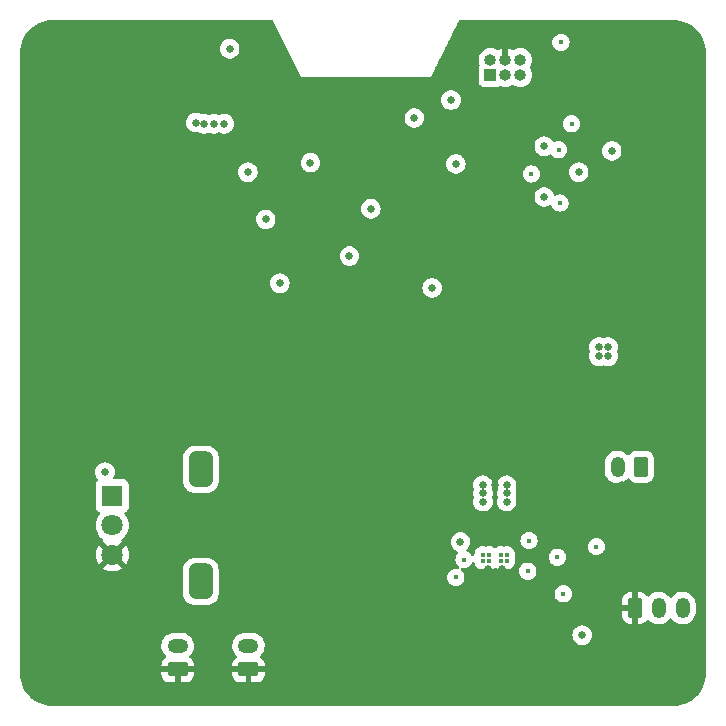
<source format=gbr>
%TF.GenerationSoftware,KiCad,Pcbnew,7.0.6*%
%TF.CreationDate,2024-03-18T22:30:39-04:00*%
%TF.ProjectId,Transmitter,5472616e-736d-4697-9474-65722e6b6963,rev?*%
%TF.SameCoordinates,Original*%
%TF.FileFunction,Copper,L2,Inr*%
%TF.FilePolarity,Positive*%
%FSLAX46Y46*%
G04 Gerber Fmt 4.6, Leading zero omitted, Abs format (unit mm)*
G04 Created by KiCad (PCBNEW 7.0.6) date 2024-03-18 22:30:39*
%MOMM*%
%LPD*%
G01*
G04 APERTURE LIST*
G04 Aperture macros list*
%AMRoundRect*
0 Rectangle with rounded corners*
0 $1 Rounding radius*
0 $2 $3 $4 $5 $6 $7 $8 $9 X,Y pos of 4 corners*
0 Add a 4 corners polygon primitive as box body*
4,1,4,$2,$3,$4,$5,$6,$7,$8,$9,$2,$3,0*
0 Add four circle primitives for the rounded corners*
1,1,$1+$1,$2,$3*
1,1,$1+$1,$4,$5*
1,1,$1+$1,$6,$7*
1,1,$1+$1,$8,$9*
0 Add four rect primitives between the rounded corners*
20,1,$1+$1,$2,$3,$4,$5,0*
20,1,$1+$1,$4,$5,$6,$7,0*
20,1,$1+$1,$6,$7,$8,$9,0*
20,1,$1+$1,$8,$9,$2,$3,0*%
G04 Aperture macros list end*
%TA.AperFunction,ComponentPad*%
%ADD10R,1.000000X1.000000*%
%TD*%
%TA.AperFunction,ComponentPad*%
%ADD11O,1.000000X1.000000*%
%TD*%
%TA.AperFunction,ComponentPad*%
%ADD12RoundRect,0.250000X0.625000X-0.350000X0.625000X0.350000X-0.625000X0.350000X-0.625000X-0.350000X0*%
%TD*%
%TA.AperFunction,ComponentPad*%
%ADD13O,1.750000X1.200000*%
%TD*%
%TA.AperFunction,ComponentPad*%
%ADD14RoundRect,0.250000X-0.350000X-0.625000X0.350000X-0.625000X0.350000X0.625000X-0.350000X0.625000X0*%
%TD*%
%TA.AperFunction,ComponentPad*%
%ADD15O,1.200000X1.750000*%
%TD*%
%TA.AperFunction,ComponentPad*%
%ADD16R,1.800000X1.800000*%
%TD*%
%TA.AperFunction,ComponentPad*%
%ADD17C,1.800000*%
%TD*%
%TA.AperFunction,ComponentPad*%
%ADD18RoundRect,0.500000X-0.500000X-1.000000X0.500000X-1.000000X0.500000X1.000000X-0.500000X1.000000X0*%
%TD*%
%TA.AperFunction,ComponentPad*%
%ADD19RoundRect,0.250000X0.350000X0.625000X-0.350000X0.625000X-0.350000X-0.625000X0.350000X-0.625000X0*%
%TD*%
%TA.AperFunction,ViaPad*%
%ADD20C,0.650000*%
%TD*%
%TA.AperFunction,ViaPad*%
%ADD21C,0.450000*%
%TD*%
G04 APERTURE END LIST*
D10*
%TO.N,/ESP_EN*%
%TO.C,J5*%
X174530000Y-61870000D03*
D11*
%TO.N,+3.3V*%
X174530000Y-60600000D03*
%TO.N,/ESP_TX*%
X175800000Y-61870000D03*
%TO.N,GND*%
X175800000Y-60600000D03*
%TO.N,/ESP_RX*%
X177070000Y-61870000D03*
%TO.N,/ESP_IO0*%
X177070000Y-60600000D03*
%TD*%
D12*
%TO.N,GND*%
%TO.C,J3*%
X148050000Y-112200000D03*
D13*
%TO.N,/DN_BTN*%
X148050000Y-110200000D03*
%TD*%
D14*
%TO.N,GND*%
%TO.C,J4*%
X186800000Y-107000000D03*
D15*
%TO.N,unconnected-(J4-Pin_2-Pad2)*%
X188800000Y-107000000D03*
%TO.N,/BAT+*%
X190800000Y-107000000D03*
%TD*%
D16*
%TO.N,+3.3V*%
%TO.C,RV1*%
X142520000Y-97500000D03*
D17*
%TO.N,/POT*%
X142520000Y-100000000D03*
%TO.N,GND*%
X142520000Y-102500000D03*
D18*
%TO.N,N/C*%
X150020000Y-95250000D03*
X150020000Y-104750000D03*
%TD*%
D12*
%TO.N,GND*%
%TO.C,J2*%
X154050000Y-112200000D03*
D13*
%TO.N,/UP_BTN*%
X154050000Y-110200000D03*
%TD*%
D19*
%TO.N,/VSYS*%
%TO.C,SW2*%
X187300000Y-95050000D03*
D15*
%TO.N,Net-(SW2-B)*%
X185300000Y-95050000D03*
%TD*%
D20*
%TO.N,/VUSB*%
X182000000Y-70100000D03*
%TO.N,/STAT*%
X172000000Y-101400000D03*
X182300000Y-109300000D03*
%TO.N,/VUSB*%
X179100000Y-67900000D03*
X179100000Y-72200000D03*
X184800000Y-68300000D03*
D21*
%TO.N,/BTST1*%
X172300000Y-102900000D03*
%TO.N,/REGN*%
X180700000Y-105800000D03*
X171600000Y-104400000D03*
D20*
%TO.N,GND*%
X185600000Y-86600000D03*
X187200000Y-86600000D03*
X141300000Y-103700000D03*
X169200000Y-96600000D03*
X152100000Y-64100000D03*
X174900000Y-104200000D03*
X167200000Y-96600000D03*
X186000000Y-87300000D03*
X149600000Y-64100000D03*
X171900000Y-109800000D03*
X171400000Y-96600000D03*
X182400000Y-96600000D03*
X187100000Y-65500000D03*
X182000000Y-102900000D03*
X183300000Y-68700000D03*
X150400000Y-64100000D03*
X181200000Y-103100000D03*
X152100000Y-69500000D03*
X147600000Y-60100000D03*
X176800000Y-108000000D03*
X181400000Y-96600000D03*
X185700000Y-96600000D03*
X180050000Y-63800000D03*
X185200000Y-87300000D03*
X184503500Y-96600000D03*
X175500000Y-103700000D03*
X168200000Y-96600000D03*
X186000000Y-85900000D03*
X173300000Y-107700000D03*
X180300000Y-96600000D03*
X174300000Y-103700000D03*
X151200000Y-64100000D03*
X186800000Y-85900000D03*
X179200000Y-96600000D03*
X155100000Y-62400000D03*
X181200000Y-76500000D03*
X174900000Y-96600000D03*
X162600000Y-66400000D03*
X183400500Y-96600000D03*
X170400000Y-75800000D03*
X186400000Y-86600000D03*
X186200000Y-75900000D03*
X170300000Y-96600000D03*
X176600000Y-71600000D03*
X185400000Y-75900000D03*
X182000000Y-105100000D03*
X183400000Y-71600000D03*
D21*
X175500000Y-59500000D03*
D20*
X187000000Y-75900000D03*
X176500000Y-68600000D03*
X186800000Y-87300000D03*
D21*
%TO.N,/BTST2*%
X177703778Y-103884241D03*
%TO.N,/SDRV*%
X183500000Y-101800000D03*
X177800000Y-101300000D03*
%TO.N,/SW2*%
X175900000Y-102500000D03*
X175400000Y-102500000D03*
X175400000Y-103000000D03*
D20*
X175900000Y-98000000D03*
X175900000Y-96600000D03*
D21*
X175900000Y-103000000D03*
D20*
X175900000Y-97300000D03*
D21*
%TO.N,/SW1*%
X173900000Y-103000000D03*
D20*
X173900000Y-97300000D03*
D21*
X174400000Y-102500000D03*
X174400000Y-103000000D03*
D20*
X173900000Y-96600000D03*
D21*
X173900000Y-102500000D03*
X174400000Y-103000000D03*
D20*
X173900000Y-98000000D03*
%TO.N,+3.3V*%
X156700000Y-79500000D03*
X152450000Y-59650000D03*
X152000000Y-66000000D03*
X155500000Y-74100000D03*
X184500000Y-84900000D03*
X184500000Y-85700000D03*
X183700000Y-84900000D03*
X154000000Y-70100000D03*
D21*
X180500000Y-59100000D03*
D20*
X149600000Y-65900000D03*
X183700000Y-85700000D03*
X162600000Y-77200000D03*
X150300000Y-66000000D03*
X141900000Y-95500000D03*
X151100000Y-66000000D03*
%TO.N,/ESP_EN*%
X171200000Y-64000000D03*
X159300000Y-69300000D03*
%TO.N,/ADDRS_LED*%
X168100000Y-65500000D03*
%TO.N,/ESP_IO0*%
X164400000Y-73200000D03*
X171600000Y-69400000D03*
D21*
%TO.N,/D-*%
X180300000Y-68200000D03*
X178000000Y-70251500D03*
%TO.N,/BC_INT*%
X180200000Y-102700000D03*
D20*
X169600000Y-79900000D03*
D21*
%TO.N,Net-(J1-CC2)*%
X180422395Y-72701500D03*
X181400000Y-66000000D03*
%TD*%
%TA.AperFunction,Conductor*%
%TO.N,GND*%
G36*
X156090653Y-57220185D02*
G01*
X156134523Y-57269046D01*
X158499998Y-61999998D01*
X158499999Y-61999999D01*
X158500000Y-62000000D01*
X158500001Y-62000000D01*
X169499999Y-62000000D01*
X169500000Y-62000000D01*
X169838933Y-61322135D01*
X169847348Y-61305305D01*
X169882501Y-61234999D01*
X169920730Y-61158541D01*
X169936165Y-61127671D01*
X169936166Y-61127669D01*
X170004821Y-60990359D01*
X170007636Y-60984729D01*
X170007637Y-60984727D01*
X170073598Y-60852805D01*
X170084843Y-60830315D01*
X170101936Y-60796129D01*
X170103481Y-60793039D01*
X170200001Y-60600000D01*
X173524659Y-60600000D01*
X173543975Y-60796129D01*
X173543976Y-60796132D01*
X173582226Y-60922226D01*
X173601187Y-60984729D01*
X173602321Y-60986850D01*
X173602580Y-60988094D01*
X173603518Y-60990359D01*
X173603088Y-60990536D01*
X173616564Y-61055253D01*
X173592233Y-61119614D01*
X173586205Y-61127666D01*
X173586202Y-61127671D01*
X173535908Y-61262517D01*
X173529501Y-61322116D01*
X173529500Y-61322135D01*
X173529500Y-62417870D01*
X173529501Y-62417876D01*
X173535908Y-62477483D01*
X173586202Y-62612328D01*
X173586206Y-62612335D01*
X173672452Y-62727544D01*
X173672455Y-62727547D01*
X173787664Y-62813793D01*
X173787671Y-62813797D01*
X173922517Y-62864091D01*
X173922516Y-62864091D01*
X173929444Y-62864835D01*
X173982127Y-62870500D01*
X175077872Y-62870499D01*
X175137483Y-62864091D01*
X175272331Y-62813796D01*
X175280379Y-62807770D01*
X175345842Y-62783351D01*
X175409474Y-62796895D01*
X175409645Y-62796483D01*
X175411875Y-62797406D01*
X175413146Y-62797677D01*
X175415273Y-62798814D01*
X175603868Y-62856024D01*
X175800000Y-62875341D01*
X175996132Y-62856024D01*
X176184727Y-62798814D01*
X176358538Y-62705910D01*
X176358544Y-62705904D01*
X176363607Y-62702523D01*
X176364703Y-62704164D01*
X176420639Y-62680405D01*
X176489507Y-62692194D01*
X176506148Y-62702888D01*
X176506393Y-62702523D01*
X176511458Y-62705907D01*
X176511462Y-62705910D01*
X176656344Y-62783351D01*
X176683147Y-62797678D01*
X176685273Y-62798814D01*
X176873868Y-62856024D01*
X177070000Y-62875341D01*
X177266132Y-62856024D01*
X177454727Y-62798814D01*
X177456853Y-62797678D01*
X177588060Y-62727546D01*
X177628538Y-62705910D01*
X177780883Y-62580883D01*
X177905910Y-62428538D01*
X177998814Y-62254727D01*
X178056024Y-62066132D01*
X178075341Y-61870000D01*
X178056024Y-61673868D01*
X177998814Y-61485273D01*
X177998811Y-61485269D01*
X177998811Y-61485266D01*
X177905913Y-61311467D01*
X177902527Y-61306399D01*
X177904164Y-61305305D01*
X177880403Y-61249341D01*
X177892202Y-61180475D01*
X177902889Y-61163851D01*
X177902523Y-61163607D01*
X177905904Y-61158544D01*
X177905910Y-61158538D01*
X177998814Y-60984727D01*
X178056024Y-60796132D01*
X178075341Y-60600000D01*
X178056024Y-60403868D01*
X177998814Y-60215273D01*
X177998811Y-60215269D01*
X177998811Y-60215266D01*
X177905913Y-60041467D01*
X177905909Y-60041460D01*
X177780883Y-59889116D01*
X177628539Y-59764090D01*
X177628532Y-59764086D01*
X177454733Y-59671188D01*
X177454727Y-59671186D01*
X177266132Y-59613976D01*
X177266129Y-59613975D01*
X177070000Y-59594659D01*
X176873870Y-59613975D01*
X176685266Y-59671188D01*
X176511467Y-59764086D01*
X176506399Y-59767473D01*
X176505386Y-59765958D01*
X176448936Y-59789920D01*
X176380071Y-59778115D01*
X176363574Y-59767511D01*
X176363322Y-59767890D01*
X176358253Y-59764503D01*
X176184541Y-59671652D01*
X176050000Y-59630839D01*
X176050000Y-60392327D01*
X176012129Y-60347195D01*
X175912871Y-60289888D01*
X175828436Y-60275000D01*
X175771564Y-60275000D01*
X175687129Y-60289888D01*
X175587871Y-60347195D01*
X175549999Y-60392327D01*
X175549999Y-59630838D01*
X175415463Y-59671650D01*
X175241742Y-59764505D01*
X175236673Y-59767893D01*
X175235556Y-59766221D01*
X175179715Y-59789921D01*
X175110851Y-59778111D01*
X175093811Y-59767158D01*
X175093601Y-59767473D01*
X175088532Y-59764086D01*
X174914733Y-59671188D01*
X174914727Y-59671186D01*
X174726132Y-59613976D01*
X174726129Y-59613975D01*
X174530000Y-59594659D01*
X174333870Y-59613975D01*
X174145266Y-59671188D01*
X173971467Y-59764086D01*
X173971460Y-59764090D01*
X173819116Y-59889116D01*
X173694090Y-60041460D01*
X173694086Y-60041467D01*
X173601188Y-60215266D01*
X173543975Y-60403870D01*
X173524659Y-60600000D01*
X170200001Y-60600000D01*
X170282504Y-60434993D01*
X170326403Y-60347195D01*
X170366578Y-60266845D01*
X170366579Y-60266843D01*
X170392364Y-60215273D01*
X170431057Y-60137887D01*
X170499334Y-60001333D01*
X170500001Y-59999999D01*
X170500302Y-59999397D01*
X170500869Y-59998263D01*
X170555442Y-59889117D01*
X170584955Y-59830091D01*
X170605040Y-59789921D01*
X170610943Y-59778115D01*
X170616054Y-59767893D01*
X170616245Y-59767511D01*
X170616264Y-59767473D01*
X170617749Y-59764503D01*
X170621106Y-59757789D01*
X170656723Y-59686555D01*
X170808422Y-59383157D01*
X170843805Y-59312391D01*
X170843806Y-59312389D01*
X170868773Y-59262455D01*
X170914744Y-59170513D01*
X170918945Y-59162111D01*
X170949999Y-59100003D01*
X179769909Y-59100003D01*
X179788212Y-59262455D01*
X179842210Y-59416774D01*
X179842211Y-59416775D01*
X179929192Y-59555204D01*
X180044796Y-59670808D01*
X180183225Y-59757789D01*
X180337539Y-59811786D01*
X180337542Y-59811786D01*
X180337544Y-59811787D01*
X180499996Y-59830091D01*
X180500000Y-59830091D01*
X180500004Y-59830091D01*
X180662455Y-59811787D01*
X180662456Y-59811786D01*
X180662461Y-59811786D01*
X180816775Y-59757789D01*
X180955204Y-59670808D01*
X181070808Y-59555204D01*
X181157789Y-59416775D01*
X181211786Y-59262461D01*
X181211787Y-59262455D01*
X181230091Y-59100003D01*
X181230091Y-59099996D01*
X181211787Y-58937544D01*
X181211786Y-58937542D01*
X181211786Y-58937539D01*
X181157789Y-58783225D01*
X181070808Y-58644796D01*
X180955204Y-58529192D01*
X180921054Y-58507734D01*
X180816774Y-58442210D01*
X180662455Y-58388212D01*
X180500004Y-58369909D01*
X180499996Y-58369909D01*
X180337544Y-58388212D01*
X180183225Y-58442210D01*
X180044795Y-58529192D01*
X179929192Y-58644795D01*
X179842210Y-58783225D01*
X179788212Y-58937544D01*
X179769909Y-59099996D01*
X179769909Y-59100003D01*
X170949999Y-59100003D01*
X170960636Y-59078729D01*
X170983423Y-59033155D01*
X170983424Y-59033153D01*
X171031231Y-58937539D01*
X171034422Y-58931157D01*
X171069711Y-58860579D01*
X171069712Y-58860577D01*
X171105153Y-58789695D01*
X171108388Y-58783225D01*
X171177603Y-58644795D01*
X171225722Y-58548557D01*
X171278895Y-58442211D01*
X171315046Y-58369909D01*
X171368449Y-58263103D01*
X171369854Y-58260293D01*
X171372755Y-58254491D01*
X171485394Y-58029213D01*
X171489773Y-58020455D01*
X171490934Y-58018133D01*
X171594369Y-57811263D01*
X171629968Y-57740065D01*
X171633101Y-57733799D01*
X171681088Y-57637825D01*
X171745335Y-57509331D01*
X171758256Y-57483489D01*
X171761799Y-57476403D01*
X171820534Y-57358933D01*
X171821201Y-57357599D01*
X171862342Y-57275317D01*
X171865477Y-57269045D01*
X171913064Y-57217887D01*
X171976386Y-57200500D01*
X189960118Y-57200500D01*
X189998258Y-57200500D01*
X190001735Y-57200598D01*
X190148378Y-57208832D01*
X190309976Y-57217908D01*
X190316867Y-57218684D01*
X190575799Y-57262678D01*
X190619509Y-57270105D01*
X190626293Y-57271653D01*
X190921270Y-57356635D01*
X190927834Y-57358932D01*
X191211449Y-57476408D01*
X191217697Y-57479418D01*
X191409275Y-57585299D01*
X191486373Y-57627910D01*
X191492265Y-57631612D01*
X191742623Y-57809250D01*
X191748050Y-57813578D01*
X191898828Y-57948322D01*
X191976946Y-58018133D01*
X191981866Y-58023053D01*
X192063691Y-58114614D01*
X192186420Y-58251947D01*
X192190749Y-58257376D01*
X192368387Y-58507734D01*
X192372089Y-58513626D01*
X192520577Y-58782293D01*
X192523596Y-58788562D01*
X192641066Y-59072162D01*
X192643364Y-59078729D01*
X192728346Y-59373706D01*
X192729894Y-59380490D01*
X192781313Y-59683118D01*
X192782092Y-59690033D01*
X192799401Y-59998263D01*
X192799499Y-60001740D01*
X192799499Y-112498276D01*
X192799401Y-112501753D01*
X192782092Y-112809967D01*
X192781313Y-112816881D01*
X192729894Y-113119509D01*
X192728346Y-113126293D01*
X192643364Y-113421270D01*
X192641066Y-113427837D01*
X192523596Y-113711437D01*
X192520577Y-113717706D01*
X192372089Y-113986373D01*
X192368387Y-113992265D01*
X192190749Y-114242623D01*
X192186411Y-114248063D01*
X191981866Y-114476946D01*
X191976946Y-114481866D01*
X191748063Y-114686411D01*
X191742623Y-114690749D01*
X191492265Y-114868387D01*
X191486373Y-114872089D01*
X191217706Y-115020577D01*
X191211437Y-115023596D01*
X190927837Y-115141066D01*
X190921270Y-115143364D01*
X190626293Y-115228346D01*
X190619509Y-115229894D01*
X190316881Y-115281313D01*
X190309967Y-115282092D01*
X190001735Y-115299402D01*
X189998258Y-115299500D01*
X137501742Y-115299500D01*
X137498265Y-115299402D01*
X137190032Y-115282092D01*
X137183118Y-115281313D01*
X136880490Y-115229894D01*
X136873706Y-115228346D01*
X136578729Y-115143364D01*
X136572162Y-115141066D01*
X136392557Y-115066672D01*
X136288558Y-115023594D01*
X136282293Y-115020577D01*
X136013626Y-114872089D01*
X136007734Y-114868387D01*
X135757376Y-114690749D01*
X135751947Y-114686420D01*
X135562260Y-114516904D01*
X135523053Y-114481866D01*
X135518133Y-114476946D01*
X135448322Y-114398828D01*
X135313578Y-114248050D01*
X135309250Y-114242623D01*
X135131612Y-113992265D01*
X135127910Y-113986373D01*
X135085299Y-113909275D01*
X134979418Y-113717697D01*
X134976408Y-113711449D01*
X134858932Y-113427834D01*
X134856635Y-113421270D01*
X134771653Y-113126293D01*
X134770105Y-113119509D01*
X134762678Y-113075799D01*
X134718684Y-112816867D01*
X134717908Y-112809976D01*
X134706115Y-112599986D01*
X134700598Y-112501735D01*
X134700500Y-112498258D01*
X134700500Y-110147401D01*
X146670746Y-110147401D01*
X146680745Y-110357327D01*
X146730296Y-110561578D01*
X146730298Y-110561582D01*
X146817598Y-110752743D01*
X146817601Y-110752748D01*
X146817602Y-110752750D01*
X146817604Y-110752753D01*
X146880627Y-110841256D01*
X146939515Y-110923953D01*
X147042456Y-111022107D01*
X147077391Y-111082616D01*
X147074066Y-111152406D01*
X147033538Y-111209321D01*
X147021983Y-111217388D01*
X146956659Y-111257680D01*
X146956655Y-111257683D01*
X146832684Y-111381654D01*
X146740643Y-111530875D01*
X146740641Y-111530880D01*
X146685494Y-111697302D01*
X146685493Y-111697309D01*
X146675000Y-111800013D01*
X146675000Y-111950000D01*
X147770440Y-111950000D01*
X147731722Y-111992059D01*
X147681449Y-112106670D01*
X147671114Y-112231395D01*
X147701837Y-112352719D01*
X147765394Y-112450000D01*
X146675001Y-112450000D01*
X146675001Y-112599986D01*
X146685494Y-112702697D01*
X146740641Y-112869119D01*
X146740643Y-112869124D01*
X146832684Y-113018345D01*
X146956654Y-113142315D01*
X147105875Y-113234356D01*
X147105880Y-113234358D01*
X147272302Y-113289505D01*
X147272309Y-113289506D01*
X147375019Y-113299999D01*
X147799999Y-113299999D01*
X147800000Y-113299998D01*
X147800000Y-112480617D01*
X147869052Y-112534363D01*
X147987424Y-112575000D01*
X148081073Y-112575000D01*
X148173446Y-112559586D01*
X148283514Y-112500019D01*
X148300000Y-112482110D01*
X148300000Y-113299999D01*
X148724972Y-113299999D01*
X148724986Y-113299998D01*
X148827697Y-113289505D01*
X148994119Y-113234358D01*
X148994124Y-113234356D01*
X149143345Y-113142315D01*
X149267315Y-113018345D01*
X149359356Y-112869124D01*
X149359358Y-112869119D01*
X149414505Y-112702697D01*
X149414506Y-112702690D01*
X149424999Y-112599986D01*
X149425000Y-112599973D01*
X149425000Y-112450000D01*
X148329560Y-112450000D01*
X148368278Y-112407941D01*
X148418551Y-112293330D01*
X148428886Y-112168605D01*
X148398163Y-112047281D01*
X148334606Y-111950000D01*
X149424999Y-111950000D01*
X149424999Y-111800028D01*
X149424998Y-111800013D01*
X149414505Y-111697302D01*
X149359358Y-111530880D01*
X149359356Y-111530875D01*
X149267315Y-111381654D01*
X149143344Y-111257683D01*
X149143340Y-111257680D01*
X149079841Y-111218513D01*
X149033116Y-111166565D01*
X149021895Y-111097603D01*
X149049738Y-111033521D01*
X149068289Y-111015503D01*
X149087882Y-111000095D01*
X149087881Y-111000095D01*
X149087886Y-111000092D01*
X149225519Y-110841256D01*
X149330604Y-110659244D01*
X149399344Y-110460633D01*
X149429254Y-110252602D01*
X149424243Y-110147401D01*
X152670746Y-110147401D01*
X152680745Y-110357327D01*
X152730296Y-110561578D01*
X152730298Y-110561582D01*
X152817598Y-110752743D01*
X152817601Y-110752748D01*
X152817602Y-110752750D01*
X152817604Y-110752753D01*
X152880627Y-110841256D01*
X152939515Y-110923953D01*
X153042456Y-111022107D01*
X153077391Y-111082616D01*
X153074066Y-111152406D01*
X153033538Y-111209321D01*
X153021983Y-111217388D01*
X152956659Y-111257680D01*
X152956655Y-111257683D01*
X152832684Y-111381654D01*
X152740643Y-111530875D01*
X152740641Y-111530880D01*
X152685494Y-111697302D01*
X152685493Y-111697309D01*
X152675000Y-111800013D01*
X152675000Y-111950000D01*
X153770440Y-111950000D01*
X153731722Y-111992059D01*
X153681449Y-112106670D01*
X153671114Y-112231395D01*
X153701837Y-112352719D01*
X153765394Y-112450000D01*
X152675001Y-112450000D01*
X152675001Y-112599986D01*
X152685494Y-112702697D01*
X152740641Y-112869119D01*
X152740643Y-112869124D01*
X152832684Y-113018345D01*
X152956654Y-113142315D01*
X153105875Y-113234356D01*
X153105880Y-113234358D01*
X153272302Y-113289505D01*
X153272309Y-113289506D01*
X153375019Y-113299999D01*
X153799999Y-113299999D01*
X153800000Y-113299998D01*
X153800000Y-112480617D01*
X153869052Y-112534363D01*
X153987424Y-112575000D01*
X154081073Y-112575000D01*
X154173446Y-112559586D01*
X154283514Y-112500019D01*
X154300000Y-112482110D01*
X154300000Y-113299999D01*
X154724972Y-113299999D01*
X154724986Y-113299998D01*
X154827697Y-113289505D01*
X154994119Y-113234358D01*
X154994124Y-113234356D01*
X155143345Y-113142315D01*
X155267315Y-113018345D01*
X155359356Y-112869124D01*
X155359358Y-112869119D01*
X155414505Y-112702697D01*
X155414506Y-112702690D01*
X155424999Y-112599986D01*
X155425000Y-112599973D01*
X155425000Y-112450000D01*
X154329560Y-112450000D01*
X154368278Y-112407941D01*
X154418551Y-112293330D01*
X154428886Y-112168605D01*
X154398163Y-112047281D01*
X154334606Y-111950000D01*
X155424999Y-111950000D01*
X155424999Y-111800028D01*
X155424998Y-111800013D01*
X155414505Y-111697302D01*
X155359358Y-111530880D01*
X155359356Y-111530875D01*
X155267315Y-111381654D01*
X155143344Y-111257683D01*
X155143340Y-111257680D01*
X155079841Y-111218513D01*
X155033116Y-111166565D01*
X155021895Y-111097603D01*
X155049738Y-111033521D01*
X155068289Y-111015503D01*
X155087882Y-111000095D01*
X155087881Y-111000095D01*
X155087886Y-111000092D01*
X155225519Y-110841256D01*
X155330604Y-110659244D01*
X155399344Y-110460633D01*
X155429254Y-110252602D01*
X155419254Y-110042670D01*
X155369704Y-109838424D01*
X155369701Y-109838417D01*
X155282401Y-109647256D01*
X155282398Y-109647251D01*
X155282397Y-109647250D01*
X155282396Y-109647247D01*
X155160486Y-109476048D01*
X155160484Y-109476046D01*
X155160479Y-109476040D01*
X155008379Y-109331014D01*
X154960120Y-109300000D01*
X181469953Y-109300000D01*
X181488092Y-109472576D01*
X181489219Y-109476046D01*
X181541712Y-109637608D01*
X181628477Y-109787887D01*
X181628476Y-109787887D01*
X181628478Y-109787889D01*
X181744590Y-109916845D01*
X181884975Y-110018841D01*
X181884976Y-110018842D01*
X182043495Y-110089420D01*
X182043501Y-110089422D01*
X182213236Y-110125500D01*
X182213237Y-110125500D01*
X182386762Y-110125500D01*
X182386764Y-110125500D01*
X182556499Y-110089422D01*
X182556501Y-110089420D01*
X182556504Y-110089420D01*
X182661501Y-110042672D01*
X182715024Y-110018842D01*
X182855410Y-109916845D01*
X182971522Y-109787889D01*
X183058286Y-109637611D01*
X183111908Y-109472576D01*
X183130047Y-109300000D01*
X183111908Y-109127424D01*
X183058286Y-108962389D01*
X182971522Y-108812111D01*
X182855410Y-108683155D01*
X182715024Y-108581158D01*
X182715023Y-108581157D01*
X182556504Y-108510579D01*
X182556498Y-108510577D01*
X182422840Y-108482168D01*
X182386764Y-108474500D01*
X182213236Y-108474500D01*
X182183483Y-108480824D01*
X182043501Y-108510577D01*
X182043496Y-108510579D01*
X181884977Y-108581157D01*
X181884972Y-108581160D01*
X181744591Y-108683153D01*
X181744589Y-108683155D01*
X181628477Y-108812112D01*
X181541712Y-108962391D01*
X181492300Y-109114472D01*
X181488092Y-109127424D01*
X181469953Y-109300000D01*
X154960120Y-109300000D01*
X154831574Y-109217388D01*
X154636455Y-109139274D01*
X154430086Y-109099500D01*
X154430085Y-109099500D01*
X153722575Y-109099500D01*
X153565782Y-109114472D01*
X153565778Y-109114473D01*
X153364127Y-109173683D01*
X153177313Y-109269991D01*
X153012116Y-109399905D01*
X153012112Y-109399909D01*
X152874478Y-109558746D01*
X152769398Y-109740750D01*
X152700656Y-109939365D01*
X152700656Y-109939367D01*
X152673895Y-110125500D01*
X152670746Y-110147401D01*
X149424243Y-110147401D01*
X149419254Y-110042670D01*
X149369704Y-109838424D01*
X149369701Y-109838417D01*
X149282401Y-109647256D01*
X149282398Y-109647251D01*
X149282397Y-109647250D01*
X149282396Y-109647247D01*
X149160486Y-109476048D01*
X149160484Y-109476046D01*
X149160479Y-109476040D01*
X149008379Y-109331014D01*
X148831574Y-109217388D01*
X148636455Y-109139274D01*
X148430086Y-109099500D01*
X148430085Y-109099500D01*
X147722575Y-109099500D01*
X147565782Y-109114472D01*
X147565778Y-109114473D01*
X147364127Y-109173683D01*
X147177313Y-109269991D01*
X147012116Y-109399905D01*
X147012112Y-109399909D01*
X146874478Y-109558746D01*
X146769398Y-109740750D01*
X146700656Y-109939365D01*
X146700656Y-109939367D01*
X146673895Y-110125500D01*
X146670746Y-110147401D01*
X134700500Y-110147401D01*
X134700500Y-95500000D01*
X141069953Y-95500000D01*
X141088092Y-95672576D01*
X141088093Y-95672579D01*
X141141712Y-95837608D01*
X141166856Y-95881158D01*
X141225745Y-95983156D01*
X141228477Y-95987887D01*
X141228476Y-95987887D01*
X141288242Y-96054264D01*
X141318472Y-96117256D01*
X141309846Y-96186591D01*
X141270408Y-96236499D01*
X141262454Y-96242453D01*
X141262452Y-96242455D01*
X141176206Y-96357664D01*
X141176202Y-96357671D01*
X141125908Y-96492517D01*
X141119501Y-96552116D01*
X141119501Y-96552123D01*
X141119500Y-96552135D01*
X141119500Y-98447870D01*
X141119501Y-98447876D01*
X141125908Y-98507483D01*
X141176202Y-98642328D01*
X141176206Y-98642335D01*
X141262452Y-98757544D01*
X141262455Y-98757547D01*
X141377664Y-98843793D01*
X141377673Y-98843798D01*
X141430493Y-98863498D01*
X141486427Y-98905368D01*
X141510845Y-98970832D01*
X141495994Y-99039105D01*
X141478392Y-99063662D01*
X141411021Y-99136847D01*
X141411019Y-99136848D01*
X141411016Y-99136853D01*
X141284075Y-99331151D01*
X141190842Y-99543699D01*
X141133866Y-99768691D01*
X141133864Y-99768702D01*
X141114700Y-99999993D01*
X141114700Y-100000006D01*
X141133864Y-100231297D01*
X141133866Y-100231308D01*
X141190842Y-100456300D01*
X141284075Y-100668848D01*
X141411016Y-100863147D01*
X141411019Y-100863151D01*
X141411021Y-100863153D01*
X141568216Y-101033913D01*
X141720529Y-101152462D01*
X141761341Y-101209172D01*
X141765016Y-101278945D01*
X141730385Y-101339628D01*
X141721204Y-101347582D01*
X141721200Y-101347647D01*
X142387466Y-102013913D01*
X142377685Y-102015320D01*
X142246900Y-102075048D01*
X142138239Y-102169202D01*
X142060507Y-102290156D01*
X142036923Y-102370476D01*
X141368812Y-101702365D01*
X141284516Y-101831391D01*
X141284514Y-101831395D01*
X141191317Y-102043864D01*
X141134361Y-102268781D01*
X141115202Y-102499994D01*
X141115202Y-102500005D01*
X141134361Y-102731218D01*
X141191317Y-102956135D01*
X141284516Y-103168609D01*
X141368811Y-103297633D01*
X142036922Y-102629523D01*
X142060507Y-102709844D01*
X142138239Y-102830798D01*
X142246900Y-102924952D01*
X142377685Y-102984680D01*
X142387466Y-102986086D01*
X141721199Y-103652351D01*
X141751650Y-103676050D01*
X141955697Y-103786476D01*
X141955706Y-103786479D01*
X142175139Y-103861811D01*
X142403993Y-103900000D01*
X142636007Y-103900000D01*
X142864860Y-103861811D01*
X143084293Y-103786479D01*
X143084302Y-103786476D01*
X143258940Y-103691966D01*
X148519500Y-103691966D01*
X148519501Y-105808032D01*
X148519501Y-105808033D01*
X148530113Y-105927415D01*
X148586089Y-106123045D01*
X148586090Y-106123048D01*
X148586091Y-106123049D01*
X148680302Y-106303407D01*
X148714977Y-106345933D01*
X148808890Y-106461109D01*
X148875937Y-106515778D01*
X148966593Y-106589698D01*
X149146951Y-106683909D01*
X149342582Y-106739886D01*
X149461963Y-106750500D01*
X149461964Y-106750499D01*
X149461965Y-106750500D01*
X149461966Y-106750500D01*
X149939346Y-106750499D01*
X150578036Y-106750499D01*
X150583649Y-106750000D01*
X185700000Y-106750000D01*
X186520440Y-106750000D01*
X186481722Y-106792059D01*
X186431449Y-106906670D01*
X186421114Y-107031395D01*
X186451837Y-107152719D01*
X186515394Y-107250000D01*
X185700001Y-107250000D01*
X185700001Y-107674986D01*
X185710494Y-107777697D01*
X185765641Y-107944119D01*
X185765643Y-107944124D01*
X185857684Y-108093345D01*
X185981654Y-108217315D01*
X186130875Y-108309356D01*
X186130880Y-108309358D01*
X186297302Y-108364505D01*
X186297309Y-108364506D01*
X186400019Y-108374999D01*
X186549999Y-108374999D01*
X186550000Y-108374998D01*
X186550000Y-107280617D01*
X186619052Y-107334363D01*
X186737424Y-107375000D01*
X186831073Y-107375000D01*
X186923446Y-107359586D01*
X187033514Y-107300019D01*
X187050000Y-107282110D01*
X187050000Y-108374999D01*
X187199972Y-108374999D01*
X187199986Y-108374998D01*
X187302697Y-108364505D01*
X187469119Y-108309358D01*
X187469124Y-108309356D01*
X187618345Y-108217315D01*
X187742317Y-108093343D01*
X187781485Y-108029842D01*
X187833433Y-107983117D01*
X187902395Y-107971894D01*
X187966477Y-107999737D01*
X187984494Y-108018286D01*
X187999905Y-108037883D01*
X187999909Y-108037887D01*
X188158746Y-108175521D01*
X188340750Y-108280601D01*
X188340752Y-108280601D01*
X188340756Y-108280604D01*
X188539367Y-108349344D01*
X188747398Y-108379254D01*
X188957330Y-108369254D01*
X189161576Y-108319704D01*
X189247199Y-108280601D01*
X189352743Y-108232401D01*
X189352746Y-108232399D01*
X189352753Y-108232396D01*
X189523952Y-108110486D01*
X189593179Y-108037883D01*
X189668986Y-107958378D01*
X189668985Y-107958377D01*
X189695540Y-107917058D01*
X189748343Y-107871303D01*
X189817502Y-107861359D01*
X189881058Y-107890383D01*
X189897326Y-107907444D01*
X189999909Y-108037887D01*
X190158746Y-108175521D01*
X190340750Y-108280601D01*
X190340752Y-108280601D01*
X190340756Y-108280604D01*
X190539367Y-108349344D01*
X190747398Y-108379254D01*
X190957330Y-108369254D01*
X191161576Y-108319704D01*
X191247199Y-108280601D01*
X191352743Y-108232401D01*
X191352746Y-108232399D01*
X191352753Y-108232396D01*
X191523952Y-108110486D01*
X191593179Y-108037883D01*
X191668985Y-107958379D01*
X191668986Y-107958378D01*
X191782613Y-107781572D01*
X191860725Y-107586457D01*
X191900500Y-107380085D01*
X191900500Y-106672575D01*
X191885528Y-106515782D01*
X191826316Y-106314125D01*
X191730011Y-106127318D01*
X191730009Y-106127316D01*
X191730008Y-106127313D01*
X191600094Y-105962116D01*
X191600090Y-105962112D01*
X191441253Y-105824478D01*
X191259249Y-105719398D01*
X191259245Y-105719396D01*
X191259244Y-105719396D01*
X191060633Y-105650656D01*
X190852602Y-105620746D01*
X190852598Y-105620746D01*
X190642672Y-105630745D01*
X190438421Y-105680296D01*
X190438417Y-105680298D01*
X190247256Y-105767598D01*
X190247251Y-105767601D01*
X190076046Y-105889515D01*
X190076040Y-105889520D01*
X189931016Y-106041618D01*
X189904458Y-106082943D01*
X189851653Y-106128697D01*
X189782494Y-106138640D01*
X189718939Y-106109614D01*
X189702673Y-106092554D01*
X189600094Y-105962116D01*
X189600090Y-105962112D01*
X189441253Y-105824478D01*
X189259249Y-105719398D01*
X189259245Y-105719396D01*
X189259244Y-105719396D01*
X189060633Y-105650656D01*
X188852602Y-105620746D01*
X188852598Y-105620746D01*
X188642672Y-105630745D01*
X188438421Y-105680296D01*
X188438417Y-105680298D01*
X188247256Y-105767598D01*
X188247251Y-105767601D01*
X188076046Y-105889515D01*
X188076045Y-105889515D01*
X187977892Y-105992456D01*
X187917383Y-106027391D01*
X187847592Y-106024066D01*
X187790678Y-105983537D01*
X187782610Y-105971982D01*
X187742317Y-105906656D01*
X187618345Y-105782684D01*
X187469124Y-105690643D01*
X187469119Y-105690641D01*
X187302697Y-105635494D01*
X187302690Y-105635493D01*
X187199986Y-105625000D01*
X187050000Y-105625000D01*
X187050000Y-106719382D01*
X186980948Y-106665637D01*
X186862576Y-106625000D01*
X186768927Y-106625000D01*
X186676554Y-106640414D01*
X186566486Y-106699981D01*
X186550000Y-106717889D01*
X186550000Y-105625000D01*
X186400027Y-105625000D01*
X186400012Y-105625001D01*
X186297302Y-105635494D01*
X186130880Y-105690641D01*
X186130875Y-105690643D01*
X185981654Y-105782684D01*
X185857684Y-105906654D01*
X185765643Y-106055875D01*
X185765641Y-106055880D01*
X185710494Y-106222302D01*
X185710493Y-106222309D01*
X185700000Y-106325013D01*
X185700000Y-106750000D01*
X150583649Y-106750000D01*
X150697418Y-106739886D01*
X150893049Y-106683909D01*
X151073407Y-106589698D01*
X151231109Y-106461109D01*
X151359698Y-106303407D01*
X151453909Y-106123049D01*
X151509886Y-105927418D01*
X151520500Y-105808037D01*
X151520500Y-105800003D01*
X179969909Y-105800003D01*
X179988212Y-105962455D01*
X180042210Y-106116774D01*
X180106084Y-106218428D01*
X180129192Y-106255204D01*
X180244796Y-106370808D01*
X180383225Y-106457789D01*
X180537539Y-106511786D01*
X180537542Y-106511786D01*
X180537544Y-106511787D01*
X180699996Y-106530091D01*
X180700000Y-106530091D01*
X180700004Y-106530091D01*
X180862455Y-106511787D01*
X180862456Y-106511786D01*
X180862461Y-106511786D01*
X181016775Y-106457789D01*
X181155204Y-106370808D01*
X181270808Y-106255204D01*
X181357789Y-106116775D01*
X181411786Y-105962461D01*
X181411825Y-105962114D01*
X181430091Y-105800003D01*
X181430091Y-105799996D01*
X181411787Y-105637544D01*
X181411786Y-105637542D01*
X181411786Y-105637539D01*
X181357789Y-105483225D01*
X181270808Y-105344796D01*
X181155204Y-105229192D01*
X181016774Y-105142210D01*
X180862455Y-105088212D01*
X180700004Y-105069909D01*
X180699996Y-105069909D01*
X180537544Y-105088212D01*
X180383225Y-105142210D01*
X180244795Y-105229192D01*
X180129192Y-105344795D01*
X180042210Y-105483225D01*
X179988212Y-105637544D01*
X179969909Y-105799996D01*
X179969909Y-105800003D01*
X151520500Y-105800003D01*
X151520499Y-104400003D01*
X170869909Y-104400003D01*
X170888212Y-104562455D01*
X170942210Y-104716774D01*
X170942211Y-104716775D01*
X171029192Y-104855204D01*
X171144796Y-104970808D01*
X171283225Y-105057789D01*
X171437539Y-105111786D01*
X171437542Y-105111786D01*
X171437544Y-105111787D01*
X171599996Y-105130091D01*
X171600000Y-105130091D01*
X171600004Y-105130091D01*
X171762455Y-105111787D01*
X171762456Y-105111786D01*
X171762461Y-105111786D01*
X171916775Y-105057789D01*
X172055204Y-104970808D01*
X172170808Y-104855204D01*
X172257789Y-104716775D01*
X172311786Y-104562461D01*
X172314088Y-104542030D01*
X172330091Y-104400003D01*
X172330091Y-104399996D01*
X172311787Y-104237544D01*
X172311786Y-104237542D01*
X172311786Y-104237539D01*
X172257789Y-104083225D01*
X172170808Y-103944796D01*
X172110256Y-103884244D01*
X176973687Y-103884244D01*
X176991990Y-104046696D01*
X177045988Y-104201015D01*
X177045989Y-104201016D01*
X177132970Y-104339445D01*
X177248574Y-104455049D01*
X177387003Y-104542030D01*
X177541317Y-104596027D01*
X177541320Y-104596027D01*
X177541322Y-104596028D01*
X177703774Y-104614332D01*
X177703778Y-104614332D01*
X177703782Y-104614332D01*
X177866233Y-104596028D01*
X177866234Y-104596027D01*
X177866239Y-104596027D01*
X178020553Y-104542030D01*
X178158982Y-104455049D01*
X178274586Y-104339445D01*
X178361567Y-104201016D01*
X178415564Y-104046702D01*
X178427046Y-103944796D01*
X178433869Y-103884244D01*
X178433869Y-103884237D01*
X178415565Y-103721785D01*
X178415564Y-103721783D01*
X178415564Y-103721780D01*
X178361567Y-103567466D01*
X178274586Y-103429037D01*
X178158982Y-103313433D01*
X178091145Y-103270808D01*
X178020552Y-103226451D01*
X177866233Y-103172453D01*
X177703782Y-103154150D01*
X177703774Y-103154150D01*
X177541322Y-103172453D01*
X177387003Y-103226451D01*
X177248573Y-103313433D01*
X177132970Y-103429036D01*
X177045988Y-103567466D01*
X176991990Y-103721785D01*
X176973687Y-103884237D01*
X176973687Y-103884244D01*
X172110256Y-103884244D01*
X172055204Y-103829192D01*
X172050315Y-103824303D01*
X172016830Y-103762980D01*
X172021814Y-103693288D01*
X172063686Y-103637355D01*
X172129150Y-103612938D01*
X172151880Y-103613402D01*
X172299997Y-103630091D01*
X172300000Y-103630091D01*
X172300004Y-103630091D01*
X172462455Y-103611787D01*
X172462456Y-103611786D01*
X172462461Y-103611786D01*
X172616775Y-103557789D01*
X172755204Y-103470808D01*
X172870808Y-103355204D01*
X172957789Y-103216775D01*
X172965462Y-103194848D01*
X173006182Y-103138071D01*
X173071134Y-103112322D01*
X173139696Y-103125777D01*
X173190100Y-103174163D01*
X173199546Y-103194846D01*
X173242210Y-103316774D01*
X173312750Y-103429037D01*
X173329192Y-103455204D01*
X173444796Y-103570808D01*
X173583225Y-103657789D01*
X173737539Y-103711786D01*
X173737542Y-103711786D01*
X173737544Y-103711787D01*
X173899996Y-103730091D01*
X173900000Y-103730091D01*
X173900004Y-103730091D01*
X174062455Y-103711787D01*
X174062456Y-103711786D01*
X174062461Y-103711786D01*
X174109045Y-103695484D01*
X174178823Y-103691922D01*
X174190947Y-103695482D01*
X174237539Y-103711786D01*
X174237543Y-103711786D01*
X174237545Y-103711787D01*
X174237542Y-103711787D01*
X174399996Y-103730091D01*
X174400000Y-103730091D01*
X174400004Y-103730091D01*
X174562455Y-103711787D01*
X174562456Y-103711786D01*
X174562461Y-103711786D01*
X174716775Y-103657789D01*
X174834028Y-103584113D01*
X174901264Y-103565113D01*
X174965971Y-103584113D01*
X175012584Y-103613402D01*
X175074570Y-103652351D01*
X175083225Y-103657789D01*
X175237539Y-103711786D01*
X175237542Y-103711786D01*
X175237544Y-103711787D01*
X175399996Y-103730091D01*
X175400000Y-103730091D01*
X175400004Y-103730091D01*
X175562455Y-103711787D01*
X175562456Y-103711786D01*
X175562461Y-103711786D01*
X175609045Y-103695484D01*
X175678821Y-103691922D01*
X175690954Y-103695485D01*
X175737542Y-103711787D01*
X175899996Y-103730091D01*
X175900000Y-103730091D01*
X175900004Y-103730091D01*
X176062455Y-103711787D01*
X176062456Y-103711786D01*
X176062461Y-103711786D01*
X176216775Y-103657789D01*
X176355204Y-103570808D01*
X176470808Y-103455204D01*
X176557789Y-103316775D01*
X176611786Y-103162461D01*
X176612604Y-103155204D01*
X176630091Y-103000003D01*
X176630091Y-102999996D01*
X176611787Y-102837542D01*
X176595485Y-102790954D01*
X176591923Y-102721175D01*
X176595479Y-102709059D01*
X176598648Y-102700003D01*
X179469909Y-102700003D01*
X179488212Y-102862455D01*
X179542210Y-103016774D01*
X179602247Y-103112322D01*
X179629192Y-103155204D01*
X179744796Y-103270808D01*
X179883225Y-103357789D01*
X180037539Y-103411786D01*
X180037542Y-103411786D01*
X180037544Y-103411787D01*
X180199996Y-103430091D01*
X180200000Y-103430091D01*
X180200004Y-103430091D01*
X180362455Y-103411787D01*
X180362456Y-103411786D01*
X180362461Y-103411786D01*
X180516775Y-103357789D01*
X180655204Y-103270808D01*
X180770808Y-103155204D01*
X180857789Y-103016775D01*
X180911786Y-102862461D01*
X180923318Y-102760113D01*
X180930091Y-102700003D01*
X180930091Y-102699996D01*
X180911787Y-102537544D01*
X180911786Y-102537542D01*
X180911786Y-102537539D01*
X180857789Y-102383225D01*
X180770808Y-102244796D01*
X180655204Y-102129192D01*
X180542575Y-102058422D01*
X180516774Y-102042210D01*
X180362455Y-101988212D01*
X180200004Y-101969909D01*
X180199996Y-101969909D01*
X180037544Y-101988212D01*
X179883225Y-102042210D01*
X179744795Y-102129192D01*
X179629192Y-102244795D01*
X179542210Y-102383225D01*
X179488212Y-102537544D01*
X179469909Y-102699996D01*
X179469909Y-102700003D01*
X176598648Y-102700003D01*
X176611786Y-102662461D01*
X176622306Y-102569096D01*
X176630091Y-102500003D01*
X176630091Y-102499996D01*
X176611787Y-102337544D01*
X176611786Y-102337542D01*
X176611786Y-102337539D01*
X176557789Y-102183225D01*
X176470808Y-102044796D01*
X176355204Y-101929192D01*
X176262287Y-101870808D01*
X176216774Y-101842210D01*
X176062455Y-101788212D01*
X175900004Y-101769909D01*
X175899996Y-101769909D01*
X175737540Y-101788213D01*
X175737539Y-101788213D01*
X175690953Y-101804514D01*
X175621174Y-101808075D01*
X175609047Y-101804514D01*
X175562460Y-101788213D01*
X175400004Y-101769909D01*
X175399996Y-101769909D01*
X175237544Y-101788212D01*
X175083225Y-101842210D01*
X174965972Y-101915886D01*
X174898735Y-101934886D01*
X174834028Y-101915886D01*
X174716774Y-101842210D01*
X174562455Y-101788212D01*
X174400004Y-101769909D01*
X174399996Y-101769909D01*
X174237542Y-101788212D01*
X174190950Y-101804515D01*
X174121171Y-101808075D01*
X174109045Y-101804514D01*
X174062456Y-101788212D01*
X174062457Y-101788212D01*
X173900004Y-101769909D01*
X173899996Y-101769909D01*
X173737544Y-101788212D01*
X173583225Y-101842210D01*
X173444795Y-101929192D01*
X173329192Y-102044795D01*
X173242210Y-102183225D01*
X173188212Y-102337544D01*
X173169381Y-102504682D01*
X173142315Y-102569096D01*
X173084720Y-102608652D01*
X173014883Y-102610789D01*
X172954976Y-102574831D01*
X172941167Y-102556771D01*
X172905494Y-102499999D01*
X172870808Y-102444796D01*
X172755204Y-102329192D01*
X172693079Y-102290156D01*
X172616773Y-102242209D01*
X172589472Y-102232657D01*
X172532695Y-102191936D01*
X172506947Y-102126984D01*
X172520403Y-102058422D01*
X172551544Y-102022263D01*
X172550581Y-102021193D01*
X172555404Y-102016849D01*
X172555410Y-102016845D01*
X172671522Y-101887889D01*
X172758286Y-101737611D01*
X172811908Y-101572576D01*
X172830047Y-101400000D01*
X172819537Y-101300003D01*
X177069909Y-101300003D01*
X177088212Y-101462455D01*
X177142210Y-101616774D01*
X177142211Y-101616775D01*
X177229192Y-101755204D01*
X177344796Y-101870808D01*
X177483225Y-101957789D01*
X177637539Y-102011786D01*
X177637542Y-102011786D01*
X177637544Y-102011787D01*
X177799996Y-102030091D01*
X177800000Y-102030091D01*
X177800004Y-102030091D01*
X177962455Y-102011787D01*
X177962456Y-102011786D01*
X177962461Y-102011786D01*
X178116775Y-101957789D01*
X178255204Y-101870808D01*
X178326009Y-101800003D01*
X182769909Y-101800003D01*
X182788212Y-101962455D01*
X182788213Y-101962460D01*
X182788214Y-101962461D01*
X182795379Y-101982939D01*
X182842210Y-102116774D01*
X182883964Y-102183225D01*
X182929192Y-102255204D01*
X183044796Y-102370808D01*
X183183225Y-102457789D01*
X183337539Y-102511786D01*
X183337542Y-102511786D01*
X183337544Y-102511787D01*
X183499996Y-102530091D01*
X183500000Y-102530091D01*
X183500004Y-102530091D01*
X183662455Y-102511787D01*
X183662456Y-102511786D01*
X183662461Y-102511786D01*
X183816775Y-102457789D01*
X183955204Y-102370808D01*
X184070808Y-102255204D01*
X184157789Y-102116775D01*
X184211786Y-101962461D01*
X184211787Y-101962455D01*
X184230091Y-101800003D01*
X184230091Y-101799996D01*
X184211787Y-101637544D01*
X184211786Y-101637542D01*
X184211786Y-101637539D01*
X184157789Y-101483225D01*
X184070808Y-101344796D01*
X183955204Y-101229192D01*
X183943260Y-101221687D01*
X183816774Y-101142210D01*
X183662455Y-101088212D01*
X183500004Y-101069909D01*
X183499996Y-101069909D01*
X183337544Y-101088212D01*
X183183225Y-101142210D01*
X183044795Y-101229192D01*
X182929192Y-101344795D01*
X182842210Y-101483225D01*
X182788212Y-101637544D01*
X182769909Y-101799996D01*
X182769909Y-101800003D01*
X178326009Y-101800003D01*
X178370808Y-101755204D01*
X178457789Y-101616775D01*
X178511786Y-101462461D01*
X178511787Y-101462455D01*
X178530091Y-101300003D01*
X178530091Y-101299996D01*
X178511787Y-101137544D01*
X178511786Y-101137542D01*
X178511786Y-101137539D01*
X178457789Y-100983225D01*
X178370808Y-100844796D01*
X178255204Y-100729192D01*
X178159169Y-100668849D01*
X178116774Y-100642210D01*
X177962455Y-100588212D01*
X177800004Y-100569909D01*
X177799996Y-100569909D01*
X177637544Y-100588212D01*
X177483225Y-100642210D01*
X177344795Y-100729192D01*
X177229192Y-100844795D01*
X177142210Y-100983225D01*
X177088212Y-101137544D01*
X177069909Y-101299996D01*
X177069909Y-101300003D01*
X172819537Y-101300003D01*
X172811908Y-101227424D01*
X172766676Y-101088212D01*
X172758287Y-101062391D01*
X172712580Y-100983225D01*
X172671522Y-100912111D01*
X172555410Y-100783155D01*
X172415024Y-100681158D01*
X172415023Y-100681157D01*
X172256504Y-100610579D01*
X172256498Y-100610577D01*
X172122841Y-100582168D01*
X172086764Y-100574500D01*
X171913236Y-100574500D01*
X171883483Y-100580824D01*
X171743501Y-100610577D01*
X171743496Y-100610579D01*
X171584977Y-100681157D01*
X171584972Y-100681160D01*
X171444591Y-100783153D01*
X171444589Y-100783155D01*
X171328477Y-100912112D01*
X171241712Y-101062391D01*
X171194022Y-101209172D01*
X171188092Y-101227424D01*
X171169953Y-101400000D01*
X171188092Y-101572576D01*
X171188093Y-101572579D01*
X171241712Y-101737608D01*
X171328477Y-101887887D01*
X171328476Y-101887887D01*
X171418811Y-101988214D01*
X171444590Y-102016845D01*
X171524699Y-102075048D01*
X171584976Y-102118842D01*
X171745479Y-102190303D01*
X171798716Y-102235553D01*
X171819037Y-102302402D01*
X171799992Y-102369626D01*
X171782725Y-102391262D01*
X171729192Y-102444795D01*
X171642210Y-102583225D01*
X171588212Y-102737544D01*
X171569909Y-102899996D01*
X171569909Y-102900003D01*
X171588212Y-103062455D01*
X171642210Y-103216774D01*
X171729192Y-103355204D01*
X171849684Y-103475696D01*
X171883169Y-103537019D01*
X171878185Y-103606711D01*
X171836313Y-103662644D01*
X171770849Y-103687061D01*
X171748120Y-103686597D01*
X171600004Y-103669909D01*
X171599996Y-103669909D01*
X171437544Y-103688212D01*
X171283225Y-103742210D01*
X171144795Y-103829192D01*
X171029192Y-103944795D01*
X170942210Y-104083225D01*
X170888212Y-104237544D01*
X170869909Y-104399996D01*
X170869909Y-104400003D01*
X151520499Y-104400003D01*
X151520499Y-103691964D01*
X151509886Y-103572582D01*
X151453909Y-103376951D01*
X151359698Y-103196593D01*
X151250328Y-103062461D01*
X151231109Y-103038890D01*
X151073409Y-102910304D01*
X151073410Y-102910304D01*
X151073407Y-102910302D01*
X150893049Y-102816091D01*
X150893048Y-102816090D01*
X150893045Y-102816089D01*
X150775829Y-102782550D01*
X150697418Y-102760114D01*
X150697415Y-102760113D01*
X150697413Y-102760113D01*
X150606983Y-102752073D01*
X150578037Y-102749500D01*
X150578035Y-102749500D01*
X150578034Y-102749500D01*
X150100845Y-102749500D01*
X149461964Y-102749501D01*
X149432727Y-102752100D01*
X149342584Y-102760113D01*
X149146954Y-102816089D01*
X149058192Y-102862455D01*
X148966593Y-102910302D01*
X148966591Y-102910303D01*
X148966590Y-102910304D01*
X148808890Y-103038890D01*
X148680304Y-103196590D01*
X148680302Y-103196593D01*
X148669760Y-103216775D01*
X148586089Y-103376954D01*
X148530114Y-103572583D01*
X148530113Y-103572586D01*
X148525001Y-103630091D01*
X148519834Y-103688212D01*
X148519500Y-103691965D01*
X148519500Y-103691966D01*
X143258940Y-103691966D01*
X143288350Y-103676050D01*
X143318798Y-103652351D01*
X142652533Y-102986086D01*
X142662315Y-102984680D01*
X142793100Y-102924952D01*
X142901761Y-102830798D01*
X142979493Y-102709844D01*
X143003076Y-102629524D01*
X143671186Y-103297634D01*
X143755484Y-103168606D01*
X143848682Y-102956135D01*
X143905638Y-102731218D01*
X143924798Y-102500005D01*
X143924798Y-102499994D01*
X143905638Y-102268781D01*
X143848682Y-102043864D01*
X143755483Y-101831390D01*
X143671186Y-101702364D01*
X143003076Y-102370475D01*
X142979493Y-102290156D01*
X142901761Y-102169202D01*
X142793100Y-102075048D01*
X142662315Y-102015320D01*
X142652534Y-102013913D01*
X143318799Y-101347648D01*
X143318770Y-101347195D01*
X143278658Y-101291460D01*
X143274983Y-101221687D01*
X143309614Y-101161004D01*
X143319465Y-101152466D01*
X143471784Y-101033913D01*
X143628979Y-100863153D01*
X143755924Y-100668849D01*
X143849157Y-100456300D01*
X143906134Y-100231305D01*
X143925300Y-100000000D01*
X143925300Y-99999993D01*
X143906135Y-99768702D01*
X143906133Y-99768691D01*
X143849157Y-99543699D01*
X143755924Y-99331151D01*
X143628981Y-99136849D01*
X143561608Y-99063662D01*
X143530686Y-99001008D01*
X143538547Y-98931582D01*
X143582694Y-98877426D01*
X143609499Y-98863500D01*
X143662331Y-98843796D01*
X143777546Y-98757546D01*
X143863796Y-98642331D01*
X143914091Y-98507483D01*
X143920500Y-98447873D01*
X143920500Y-98000000D01*
X173069953Y-98000000D01*
X173088092Y-98172576D01*
X173088093Y-98172579D01*
X173141712Y-98337608D01*
X173141714Y-98337611D01*
X173205374Y-98447873D01*
X173228477Y-98487887D01*
X173228476Y-98487887D01*
X173246120Y-98507482D01*
X173344590Y-98616845D01*
X173379674Y-98642335D01*
X173484976Y-98718842D01*
X173643495Y-98789420D01*
X173643501Y-98789422D01*
X173813236Y-98825500D01*
X173813237Y-98825500D01*
X173986762Y-98825500D01*
X173986764Y-98825500D01*
X174156499Y-98789422D01*
X174156501Y-98789420D01*
X174156504Y-98789420D01*
X174228091Y-98757547D01*
X174315024Y-98718842D01*
X174455410Y-98616845D01*
X174571522Y-98487889D01*
X174658286Y-98337611D01*
X174711908Y-98172576D01*
X174730047Y-98000000D01*
X175069953Y-98000000D01*
X175088092Y-98172576D01*
X175088093Y-98172579D01*
X175141712Y-98337608D01*
X175141714Y-98337611D01*
X175205374Y-98447873D01*
X175228477Y-98487887D01*
X175228476Y-98487887D01*
X175246120Y-98507482D01*
X175344590Y-98616845D01*
X175379674Y-98642335D01*
X175484976Y-98718842D01*
X175643495Y-98789420D01*
X175643501Y-98789422D01*
X175813236Y-98825500D01*
X175813237Y-98825500D01*
X175986762Y-98825500D01*
X175986764Y-98825500D01*
X176156499Y-98789422D01*
X176156501Y-98789420D01*
X176156504Y-98789420D01*
X176228091Y-98757547D01*
X176315024Y-98718842D01*
X176455410Y-98616845D01*
X176571522Y-98487889D01*
X176658286Y-98337611D01*
X176711908Y-98172576D01*
X176730047Y-98000000D01*
X176711908Y-97827424D01*
X176666709Y-97688315D01*
X176664715Y-97618475D01*
X176666700Y-97611712D01*
X176711908Y-97472576D01*
X176730047Y-97300000D01*
X176711908Y-97127424D01*
X176666709Y-96988315D01*
X176664715Y-96918476D01*
X176666703Y-96911703D01*
X176711908Y-96772576D01*
X176730047Y-96600000D01*
X176711908Y-96427424D01*
X176658286Y-96262389D01*
X176571522Y-96112111D01*
X176530756Y-96066835D01*
X176455411Y-95983156D01*
X176315023Y-95881157D01*
X176156504Y-95810579D01*
X176156498Y-95810577D01*
X176022841Y-95782168D01*
X175986764Y-95774500D01*
X175813236Y-95774500D01*
X175783483Y-95780824D01*
X175643501Y-95810577D01*
X175643496Y-95810579D01*
X175484977Y-95881157D01*
X175484972Y-95881160D01*
X175344591Y-95983153D01*
X175344589Y-95983155D01*
X175228477Y-96112112D01*
X175141712Y-96262391D01*
X175088094Y-96427418D01*
X175088092Y-96427424D01*
X175069953Y-96600000D01*
X175088092Y-96772576D01*
X175088093Y-96772579D01*
X175133289Y-96911682D01*
X175135284Y-96981523D01*
X175133289Y-96988316D01*
X175088093Y-97127420D01*
X175088092Y-97127424D01*
X175069953Y-97300000D01*
X175088092Y-97472576D01*
X175088093Y-97472579D01*
X175133289Y-97611682D01*
X175135284Y-97681523D01*
X175133289Y-97688316D01*
X175088093Y-97827420D01*
X175088092Y-97827424D01*
X175069953Y-98000000D01*
X174730047Y-98000000D01*
X174711908Y-97827424D01*
X174666709Y-97688315D01*
X174664715Y-97618476D01*
X174666710Y-97611683D01*
X174711908Y-97472576D01*
X174730047Y-97300000D01*
X174711908Y-97127424D01*
X174666709Y-96988315D01*
X174664715Y-96918475D01*
X174666700Y-96911712D01*
X174711908Y-96772576D01*
X174730047Y-96600000D01*
X174711908Y-96427424D01*
X174658286Y-96262389D01*
X174571522Y-96112111D01*
X174530756Y-96066835D01*
X174455411Y-95983156D01*
X174315023Y-95881157D01*
X174156504Y-95810579D01*
X174156498Y-95810577D01*
X174022840Y-95782168D01*
X173986764Y-95774500D01*
X173813236Y-95774500D01*
X173783483Y-95780824D01*
X173643501Y-95810577D01*
X173643496Y-95810579D01*
X173484977Y-95881157D01*
X173484972Y-95881160D01*
X173344591Y-95983153D01*
X173344589Y-95983155D01*
X173228477Y-96112112D01*
X173141712Y-96262391D01*
X173088094Y-96427418D01*
X173088092Y-96427424D01*
X173069953Y-96600000D01*
X173088092Y-96772576D01*
X173088093Y-96772579D01*
X173133289Y-96911682D01*
X173135284Y-96981523D01*
X173133289Y-96988316D01*
X173088093Y-97127420D01*
X173088092Y-97127424D01*
X173075156Y-97250499D01*
X173069953Y-97300000D01*
X173088092Y-97472576D01*
X173133289Y-97611683D01*
X173135283Y-97681524D01*
X173133289Y-97688315D01*
X173088092Y-97827423D01*
X173088092Y-97827424D01*
X173069953Y-98000000D01*
X143920500Y-98000000D01*
X143920499Y-96552128D01*
X143914091Y-96492517D01*
X143890495Y-96429254D01*
X143863797Y-96357671D01*
X143863793Y-96357664D01*
X143777547Y-96242455D01*
X143777544Y-96242452D01*
X143662335Y-96156206D01*
X143662328Y-96156202D01*
X143527482Y-96105908D01*
X143527483Y-96105908D01*
X143467883Y-96099501D01*
X143467881Y-96099500D01*
X143467873Y-96099500D01*
X143467865Y-96099500D01*
X142721858Y-96099500D01*
X142654819Y-96079815D01*
X142609064Y-96027011D01*
X142599120Y-95957853D01*
X142614471Y-95913500D01*
X142619474Y-95904835D01*
X142658286Y-95837611D01*
X142711908Y-95672576D01*
X142730047Y-95500000D01*
X142711908Y-95327424D01*
X142658286Y-95162389D01*
X142571522Y-95012111D01*
X142455410Y-94883155D01*
X142315024Y-94781158D01*
X142315023Y-94781157D01*
X142156504Y-94710579D01*
X142156498Y-94710577D01*
X142022840Y-94682168D01*
X141986764Y-94674500D01*
X141813236Y-94674500D01*
X141783483Y-94680824D01*
X141643501Y-94710577D01*
X141643496Y-94710579D01*
X141484977Y-94781157D01*
X141484972Y-94781160D01*
X141344591Y-94883153D01*
X141344589Y-94883155D01*
X141228477Y-95012112D01*
X141141712Y-95162391D01*
X141088093Y-95327420D01*
X141088092Y-95327424D01*
X141069953Y-95500000D01*
X134700500Y-95500000D01*
X134700500Y-94191966D01*
X148519500Y-94191966D01*
X148519501Y-96308032D01*
X148519501Y-96308033D01*
X148530113Y-96427415D01*
X148586089Y-96623045D01*
X148586090Y-96623048D01*
X148586091Y-96623049D01*
X148680302Y-96803407D01*
X148680304Y-96803409D01*
X148808890Y-96961109D01*
X148842260Y-96988318D01*
X148966593Y-97089698D01*
X149146951Y-97183909D01*
X149342582Y-97239886D01*
X149461963Y-97250500D01*
X149461964Y-97250499D01*
X149461965Y-97250500D01*
X149461966Y-97250500D01*
X149941686Y-97250499D01*
X150578036Y-97250499D01*
X150697418Y-97239886D01*
X150893049Y-97183909D01*
X151073407Y-97089698D01*
X151231109Y-96961109D01*
X151359698Y-96803407D01*
X151453909Y-96623049D01*
X151509886Y-96427418D01*
X151520500Y-96308037D01*
X151520500Y-95377425D01*
X184199500Y-95377425D01*
X184211205Y-95500000D01*
X184214472Y-95534217D01*
X184214473Y-95534221D01*
X184270495Y-95725016D01*
X184273684Y-95735875D01*
X184321072Y-95827795D01*
X184369991Y-95922686D01*
X184499905Y-96087883D01*
X184499909Y-96087887D01*
X184658746Y-96225521D01*
X184840750Y-96330601D01*
X184840752Y-96330601D01*
X184840756Y-96330604D01*
X185039367Y-96399344D01*
X185247398Y-96429254D01*
X185457330Y-96419254D01*
X185661576Y-96369704D01*
X185747199Y-96330601D01*
X185852743Y-96282401D01*
X185852746Y-96282399D01*
X185852753Y-96282396D01*
X186023952Y-96160486D01*
X186121751Y-96057916D01*
X186182258Y-96022983D01*
X186252049Y-96026307D01*
X186308963Y-96066835D01*
X186317030Y-96078388D01*
X186357288Y-96143656D01*
X186481344Y-96267712D01*
X186630666Y-96359814D01*
X186797203Y-96414999D01*
X186899991Y-96425500D01*
X187700008Y-96425499D01*
X187700016Y-96425498D01*
X187700019Y-96425498D01*
X187761143Y-96419254D01*
X187802797Y-96414999D01*
X187969334Y-96359814D01*
X188118656Y-96267712D01*
X188242712Y-96143656D01*
X188334814Y-95994334D01*
X188389999Y-95827797D01*
X188400500Y-95725009D01*
X188400499Y-94374992D01*
X188389999Y-94272203D01*
X188334814Y-94105666D01*
X188242712Y-93956344D01*
X188118656Y-93832288D01*
X188025888Y-93775069D01*
X187969336Y-93740187D01*
X187969331Y-93740185D01*
X187939488Y-93730296D01*
X187802797Y-93685001D01*
X187802795Y-93685000D01*
X187700010Y-93674500D01*
X186899998Y-93674500D01*
X186899980Y-93674501D01*
X186797203Y-93685000D01*
X186797200Y-93685001D01*
X186630668Y-93740185D01*
X186630663Y-93740187D01*
X186481342Y-93832289D01*
X186357288Y-93956343D01*
X186357285Y-93956347D01*
X186318184Y-94019740D01*
X186266236Y-94066465D01*
X186197274Y-94077686D01*
X186133192Y-94049843D01*
X186115175Y-94031294D01*
X186100092Y-94012114D01*
X186100090Y-94012112D01*
X185941253Y-93874478D01*
X185759249Y-93769398D01*
X185759245Y-93769396D01*
X185759244Y-93769396D01*
X185560633Y-93700656D01*
X185352602Y-93670746D01*
X185352598Y-93670746D01*
X185142672Y-93680745D01*
X184938421Y-93730296D01*
X184938417Y-93730298D01*
X184747256Y-93817598D01*
X184747251Y-93817601D01*
X184576046Y-93939515D01*
X184576040Y-93939520D01*
X184431014Y-94091620D01*
X184317388Y-94268425D01*
X184239274Y-94463544D01*
X184199500Y-94669914D01*
X184199500Y-94669915D01*
X184199500Y-95377425D01*
X151520500Y-95377425D01*
X151520499Y-94191964D01*
X151509886Y-94072582D01*
X151453909Y-93876951D01*
X151359698Y-93696593D01*
X151307684Y-93632803D01*
X151231109Y-93538890D01*
X151073409Y-93410304D01*
X151073410Y-93410304D01*
X151073407Y-93410302D01*
X150893049Y-93316091D01*
X150893048Y-93316090D01*
X150893045Y-93316089D01*
X150775829Y-93282550D01*
X150697418Y-93260114D01*
X150697415Y-93260113D01*
X150697413Y-93260113D01*
X150606983Y-93252073D01*
X150578037Y-93249500D01*
X150578035Y-93249500D01*
X150578034Y-93249500D01*
X150100845Y-93249500D01*
X149461964Y-93249501D01*
X149432727Y-93252100D01*
X149342584Y-93260113D01*
X149146954Y-93316089D01*
X149056771Y-93363196D01*
X148966593Y-93410302D01*
X148966591Y-93410303D01*
X148966590Y-93410304D01*
X148808890Y-93538890D01*
X148680304Y-93696590D01*
X148680302Y-93696593D01*
X148642273Y-93769396D01*
X148586089Y-93876954D01*
X148547416Y-94012114D01*
X148531865Y-94066465D01*
X148530114Y-94072583D01*
X148530113Y-94072586D01*
X148519500Y-94191965D01*
X148519500Y-94191966D01*
X134700500Y-94191966D01*
X134700500Y-85700000D01*
X182869953Y-85700000D01*
X182888092Y-85872576D01*
X182888093Y-85872579D01*
X182941712Y-86037608D01*
X183028477Y-86187887D01*
X183028476Y-86187887D01*
X183028478Y-86187889D01*
X183144590Y-86316845D01*
X183284976Y-86418842D01*
X183443495Y-86489420D01*
X183443501Y-86489422D01*
X183613236Y-86525500D01*
X183613237Y-86525500D01*
X183786762Y-86525500D01*
X183786764Y-86525500D01*
X183956499Y-86489422D01*
X183991575Y-86473805D01*
X184049564Y-86447987D01*
X184118814Y-86438702D01*
X184150436Y-86447987D01*
X184243496Y-86489420D01*
X184243501Y-86489422D01*
X184413236Y-86525500D01*
X184413237Y-86525500D01*
X184586762Y-86525500D01*
X184586764Y-86525500D01*
X184756499Y-86489422D01*
X184756501Y-86489420D01*
X184756504Y-86489420D01*
X184849563Y-86447987D01*
X184915024Y-86418842D01*
X185055410Y-86316845D01*
X185171522Y-86187889D01*
X185258286Y-86037611D01*
X185311908Y-85872576D01*
X185330047Y-85700000D01*
X185311908Y-85527424D01*
X185258286Y-85362389D01*
X185258065Y-85362007D01*
X185258005Y-85361759D01*
X185255642Y-85356451D01*
X185256612Y-85356018D01*
X185241588Y-85294110D01*
X185256342Y-85243860D01*
X185255642Y-85243549D01*
X185257968Y-85238324D01*
X185258065Y-85237993D01*
X185258286Y-85237611D01*
X185311908Y-85072576D01*
X185330047Y-84900000D01*
X185311908Y-84727424D01*
X185258286Y-84562389D01*
X185171522Y-84412111D01*
X185055410Y-84283155D01*
X184915024Y-84181158D01*
X184915023Y-84181157D01*
X184756504Y-84110579D01*
X184756498Y-84110577D01*
X184622840Y-84082168D01*
X184586764Y-84074500D01*
X184413236Y-84074500D01*
X184383483Y-84080824D01*
X184243501Y-84110577D01*
X184243500Y-84110577D01*
X184150435Y-84152013D01*
X184081185Y-84161297D01*
X184049565Y-84152013D01*
X183956498Y-84110577D01*
X183822840Y-84082168D01*
X183786764Y-84074500D01*
X183613236Y-84074500D01*
X183583483Y-84080824D01*
X183443501Y-84110577D01*
X183443496Y-84110579D01*
X183284977Y-84181157D01*
X183284972Y-84181160D01*
X183144591Y-84283153D01*
X183144589Y-84283155D01*
X183028477Y-84412112D01*
X182941712Y-84562391D01*
X182888093Y-84727420D01*
X182888092Y-84727424D01*
X182869953Y-84900000D01*
X182888092Y-85072576D01*
X182888093Y-85072579D01*
X182941713Y-85237610D01*
X182941717Y-85237620D01*
X182941944Y-85238012D01*
X182942005Y-85238267D01*
X182944359Y-85243553D01*
X182943391Y-85243983D01*
X182958409Y-85305914D01*
X182943662Y-85356136D01*
X182944359Y-85356447D01*
X182942044Y-85361646D01*
X182941944Y-85361988D01*
X182941717Y-85362379D01*
X182941713Y-85362389D01*
X182888093Y-85527420D01*
X182888092Y-85527424D01*
X182869953Y-85700000D01*
X134700500Y-85700000D01*
X134700500Y-79500000D01*
X155869953Y-79500000D01*
X155888092Y-79672576D01*
X155888093Y-79672579D01*
X155941712Y-79837608D01*
X156028477Y-79987887D01*
X156028476Y-79987887D01*
X156028478Y-79987889D01*
X156144590Y-80116845D01*
X156284976Y-80218841D01*
X156284976Y-80218842D01*
X156443495Y-80289420D01*
X156443501Y-80289422D01*
X156613236Y-80325500D01*
X156613237Y-80325500D01*
X156786762Y-80325500D01*
X156786764Y-80325500D01*
X156956499Y-80289422D01*
X156956501Y-80289420D01*
X156956504Y-80289420D01*
X157072868Y-80237611D01*
X157115024Y-80218842D01*
X157255410Y-80116845D01*
X157371522Y-79987889D01*
X157422265Y-79900000D01*
X168769953Y-79900000D01*
X168788092Y-80072576D01*
X168788093Y-80072579D01*
X168841712Y-80237608D01*
X168928477Y-80387887D01*
X168928476Y-80387887D01*
X168928478Y-80387889D01*
X169044590Y-80516845D01*
X169184975Y-80618842D01*
X169184976Y-80618842D01*
X169343495Y-80689420D01*
X169343501Y-80689422D01*
X169513236Y-80725500D01*
X169513237Y-80725500D01*
X169686762Y-80725500D01*
X169686764Y-80725500D01*
X169856499Y-80689422D01*
X169856501Y-80689420D01*
X169856504Y-80689420D01*
X169909899Y-80665646D01*
X170015024Y-80618842D01*
X170155410Y-80516845D01*
X170271522Y-80387889D01*
X170358286Y-80237611D01*
X170411908Y-80072576D01*
X170430047Y-79900000D01*
X170411908Y-79727424D01*
X170358286Y-79562389D01*
X170271522Y-79412111D01*
X170155410Y-79283155D01*
X170015024Y-79181158D01*
X170015023Y-79181157D01*
X169856504Y-79110579D01*
X169856498Y-79110577D01*
X169722841Y-79082168D01*
X169686764Y-79074500D01*
X169513236Y-79074500D01*
X169483483Y-79080824D01*
X169343501Y-79110577D01*
X169343496Y-79110579D01*
X169184977Y-79181157D01*
X169184972Y-79181160D01*
X169044591Y-79283153D01*
X169044589Y-79283155D01*
X168928477Y-79412112D01*
X168841712Y-79562391D01*
X168788093Y-79727420D01*
X168788092Y-79727424D01*
X168769953Y-79900000D01*
X157422265Y-79900000D01*
X157458286Y-79837611D01*
X157511908Y-79672576D01*
X157530047Y-79500000D01*
X157511908Y-79327424D01*
X157464385Y-79181160D01*
X157458287Y-79162391D01*
X157428373Y-79110579D01*
X157371522Y-79012111D01*
X157255410Y-78883155D01*
X157115024Y-78781158D01*
X157115023Y-78781157D01*
X156956504Y-78710579D01*
X156956498Y-78710577D01*
X156822841Y-78682168D01*
X156786764Y-78674500D01*
X156613236Y-78674500D01*
X156583483Y-78680824D01*
X156443501Y-78710577D01*
X156443496Y-78710579D01*
X156284977Y-78781157D01*
X156284972Y-78781160D01*
X156144591Y-78883153D01*
X156144589Y-78883155D01*
X156028477Y-79012112D01*
X155941712Y-79162391D01*
X155902475Y-79283156D01*
X155888092Y-79327424D01*
X155869953Y-79500000D01*
X134700500Y-79500000D01*
X134700500Y-77200000D01*
X161769953Y-77200000D01*
X161788092Y-77372576D01*
X161788093Y-77372579D01*
X161841712Y-77537608D01*
X161928477Y-77687887D01*
X161928476Y-77687887D01*
X161928478Y-77687889D01*
X162044590Y-77816845D01*
X162184975Y-77918841D01*
X162184976Y-77918842D01*
X162343495Y-77989420D01*
X162343501Y-77989422D01*
X162513236Y-78025500D01*
X162513237Y-78025500D01*
X162686762Y-78025500D01*
X162686764Y-78025500D01*
X162856499Y-77989422D01*
X162856501Y-77989420D01*
X162856504Y-77989420D01*
X162909899Y-77965646D01*
X163015024Y-77918842D01*
X163155410Y-77816845D01*
X163271522Y-77687889D01*
X163358286Y-77537611D01*
X163411908Y-77372576D01*
X163430047Y-77200000D01*
X163411908Y-77027424D01*
X163358286Y-76862389D01*
X163271522Y-76712111D01*
X163155410Y-76583155D01*
X163015024Y-76481158D01*
X163015023Y-76481157D01*
X162856504Y-76410579D01*
X162856498Y-76410577D01*
X162722841Y-76382168D01*
X162686764Y-76374500D01*
X162513236Y-76374500D01*
X162483483Y-76380824D01*
X162343501Y-76410577D01*
X162343496Y-76410579D01*
X162184977Y-76481157D01*
X162184972Y-76481160D01*
X162044591Y-76583153D01*
X162044589Y-76583155D01*
X161928477Y-76712112D01*
X161841712Y-76862391D01*
X161788093Y-77027420D01*
X161788092Y-77027424D01*
X161769953Y-77200000D01*
X134700500Y-77200000D01*
X134700500Y-74100000D01*
X154669953Y-74100000D01*
X154688092Y-74272576D01*
X154688093Y-74272579D01*
X154741712Y-74437608D01*
X154828477Y-74587887D01*
X154828476Y-74587887D01*
X154828478Y-74587889D01*
X154944590Y-74716845D01*
X155084976Y-74818841D01*
X155084976Y-74818842D01*
X155243495Y-74889420D01*
X155243501Y-74889422D01*
X155413236Y-74925500D01*
X155413237Y-74925500D01*
X155586762Y-74925500D01*
X155586764Y-74925500D01*
X155756499Y-74889422D01*
X155756501Y-74889420D01*
X155756504Y-74889420D01*
X155809899Y-74865646D01*
X155915024Y-74818842D01*
X156055410Y-74716845D01*
X156171522Y-74587889D01*
X156258286Y-74437611D01*
X156311908Y-74272576D01*
X156330047Y-74100000D01*
X156311908Y-73927424D01*
X156258286Y-73762389D01*
X156171522Y-73612111D01*
X156104440Y-73537608D01*
X156055411Y-73483156D01*
X155915023Y-73381157D01*
X155756504Y-73310579D01*
X155756498Y-73310577D01*
X155622840Y-73282168D01*
X155586764Y-73274500D01*
X155413236Y-73274500D01*
X155383483Y-73280824D01*
X155243501Y-73310577D01*
X155243496Y-73310579D01*
X155084977Y-73381157D01*
X155084972Y-73381160D01*
X154944591Y-73483153D01*
X154944589Y-73483155D01*
X154828477Y-73612112D01*
X154741712Y-73762391D01*
X154690880Y-73918842D01*
X154688092Y-73927424D01*
X154669953Y-74100000D01*
X134700500Y-74100000D01*
X134700500Y-73200000D01*
X163569953Y-73200000D01*
X163588092Y-73372576D01*
X163588093Y-73372579D01*
X163641712Y-73537608D01*
X163728477Y-73687887D01*
X163728476Y-73687887D01*
X163795560Y-73762391D01*
X163844590Y-73816845D01*
X163984975Y-73918841D01*
X163984976Y-73918842D01*
X164143495Y-73989420D01*
X164143501Y-73989422D01*
X164313236Y-74025500D01*
X164313237Y-74025500D01*
X164486762Y-74025500D01*
X164486764Y-74025500D01*
X164656499Y-73989422D01*
X164656501Y-73989420D01*
X164656504Y-73989420D01*
X164709899Y-73965646D01*
X164815024Y-73918842D01*
X164955410Y-73816845D01*
X165071522Y-73687889D01*
X165158286Y-73537611D01*
X165211908Y-73372576D01*
X165230047Y-73200000D01*
X165211908Y-73027424D01*
X165165552Y-72884751D01*
X165158287Y-72862391D01*
X165131991Y-72816845D01*
X165071522Y-72712111D01*
X164955410Y-72583155D01*
X164815024Y-72481158D01*
X164815023Y-72481157D01*
X164656504Y-72410579D01*
X164656498Y-72410577D01*
X164522840Y-72382168D01*
X164486764Y-72374500D01*
X164313236Y-72374500D01*
X164283483Y-72380824D01*
X164143501Y-72410577D01*
X164143496Y-72410579D01*
X163984977Y-72481157D01*
X163984972Y-72481160D01*
X163844591Y-72583153D01*
X163844589Y-72583155D01*
X163728477Y-72712112D01*
X163641712Y-72862391D01*
X163588717Y-73025500D01*
X163588092Y-73027424D01*
X163569953Y-73200000D01*
X134700500Y-73200000D01*
X134700500Y-72200000D01*
X178269953Y-72200000D01*
X178288092Y-72372576D01*
X178288093Y-72372579D01*
X178341712Y-72537608D01*
X178428477Y-72687887D01*
X178428476Y-72687887D01*
X178428478Y-72687889D01*
X178544590Y-72816845D01*
X178638054Y-72884751D01*
X178684976Y-72918842D01*
X178843495Y-72989420D01*
X178843501Y-72989422D01*
X179013236Y-73025500D01*
X179013237Y-73025500D01*
X179186762Y-73025500D01*
X179186764Y-73025500D01*
X179356499Y-72989422D01*
X179356501Y-72989420D01*
X179356504Y-72989420D01*
X179377952Y-72979870D01*
X179515024Y-72918842D01*
X179551408Y-72892407D01*
X179617212Y-72868927D01*
X179685266Y-72884751D01*
X179733962Y-72934856D01*
X179741335Y-72951771D01*
X179764605Y-73018274D01*
X179851587Y-73156703D01*
X179851587Y-73156704D01*
X179967191Y-73272308D01*
X180105620Y-73359289D01*
X180259934Y-73413286D01*
X180259937Y-73413286D01*
X180259939Y-73413287D01*
X180422391Y-73431591D01*
X180422395Y-73431591D01*
X180422399Y-73431591D01*
X180584850Y-73413287D01*
X180584851Y-73413286D01*
X180584856Y-73413286D01*
X180739170Y-73359289D01*
X180877599Y-73272308D01*
X180993203Y-73156704D01*
X181080184Y-73018275D01*
X181134181Y-72863961D01*
X181145039Y-72767598D01*
X181152486Y-72701503D01*
X181152486Y-72701496D01*
X181134182Y-72539044D01*
X181134181Y-72539042D01*
X181134181Y-72539039D01*
X181080184Y-72384725D01*
X180993203Y-72246296D01*
X180877599Y-72130692D01*
X180758733Y-72056003D01*
X180739169Y-72043710D01*
X180605334Y-71996879D01*
X180584856Y-71989714D01*
X180584855Y-71989713D01*
X180584850Y-71989712D01*
X180422399Y-71971409D01*
X180422391Y-71971409D01*
X180259939Y-71989712D01*
X180105618Y-72043711D01*
X180083875Y-72057373D01*
X180016638Y-72076372D01*
X179949803Y-72056003D01*
X179904590Y-72002734D01*
X179899974Y-71990695D01*
X179899655Y-71989714D01*
X179858286Y-71862389D01*
X179771522Y-71712111D01*
X179655410Y-71583155D01*
X179515024Y-71481158D01*
X179515023Y-71481157D01*
X179356504Y-71410579D01*
X179356498Y-71410577D01*
X179222840Y-71382168D01*
X179186764Y-71374500D01*
X179013236Y-71374500D01*
X178983483Y-71380824D01*
X178843501Y-71410577D01*
X178843496Y-71410579D01*
X178684977Y-71481157D01*
X178684972Y-71481160D01*
X178544591Y-71583153D01*
X178544589Y-71583155D01*
X178428477Y-71712112D01*
X178341712Y-71862391D01*
X178296114Y-72002734D01*
X178288092Y-72027424D01*
X178269953Y-72200000D01*
X134700500Y-72200000D01*
X134700500Y-70100000D01*
X153169953Y-70100000D01*
X153188092Y-70272576D01*
X153188093Y-70272579D01*
X153241712Y-70437608D01*
X153328477Y-70587887D01*
X153328476Y-70587887D01*
X153328478Y-70587889D01*
X153444590Y-70716845D01*
X153584975Y-70818842D01*
X153584976Y-70818842D01*
X153743495Y-70889420D01*
X153743501Y-70889422D01*
X153913236Y-70925500D01*
X153913237Y-70925500D01*
X154086762Y-70925500D01*
X154086764Y-70925500D01*
X154256499Y-70889422D01*
X154256501Y-70889420D01*
X154256504Y-70889420D01*
X154309899Y-70865646D01*
X154415024Y-70818842D01*
X154555410Y-70716845D01*
X154671522Y-70587889D01*
X154758286Y-70437611D01*
X154811908Y-70272576D01*
X154814123Y-70251503D01*
X177269909Y-70251503D01*
X177288212Y-70413955D01*
X177342210Y-70568274D01*
X177342211Y-70568275D01*
X177429192Y-70706704D01*
X177544796Y-70822308D01*
X177683225Y-70909289D01*
X177837539Y-70963286D01*
X177837542Y-70963286D01*
X177837544Y-70963287D01*
X177999996Y-70981591D01*
X178000000Y-70981591D01*
X178000004Y-70981591D01*
X178162455Y-70963287D01*
X178162456Y-70963286D01*
X178162461Y-70963286D01*
X178316775Y-70909289D01*
X178455204Y-70822308D01*
X178570808Y-70706704D01*
X178657789Y-70568275D01*
X178711786Y-70413961D01*
X178727716Y-70272579D01*
X178730091Y-70251503D01*
X178730091Y-70251496D01*
X178713021Y-70100000D01*
X181169953Y-70100000D01*
X181188092Y-70272576D01*
X181188093Y-70272579D01*
X181241712Y-70437608D01*
X181328477Y-70587887D01*
X181328476Y-70587887D01*
X181328478Y-70587889D01*
X181444590Y-70716845D01*
X181584975Y-70818842D01*
X181584976Y-70818842D01*
X181743495Y-70889420D01*
X181743501Y-70889422D01*
X181913236Y-70925500D01*
X181913237Y-70925500D01*
X182086762Y-70925500D01*
X182086764Y-70925500D01*
X182256499Y-70889422D01*
X182256501Y-70889420D01*
X182256504Y-70889420D01*
X182309899Y-70865646D01*
X182415024Y-70818842D01*
X182555410Y-70716845D01*
X182671522Y-70587889D01*
X182758286Y-70437611D01*
X182811908Y-70272576D01*
X182830047Y-70100000D01*
X182811908Y-69927424D01*
X182769303Y-69796296D01*
X182758287Y-69762391D01*
X182743980Y-69737611D01*
X182671522Y-69612111D01*
X182555410Y-69483155D01*
X182415024Y-69381158D01*
X182415023Y-69381157D01*
X182256504Y-69310579D01*
X182256498Y-69310577D01*
X182122841Y-69282168D01*
X182086764Y-69274500D01*
X181913236Y-69274500D01*
X181883483Y-69280824D01*
X181743501Y-69310577D01*
X181743496Y-69310579D01*
X181584977Y-69381157D01*
X181584972Y-69381160D01*
X181444591Y-69483153D01*
X181444589Y-69483155D01*
X181328477Y-69612112D01*
X181241712Y-69762391D01*
X181200938Y-69887887D01*
X181188092Y-69927424D01*
X181169953Y-70100000D01*
X178713021Y-70100000D01*
X178711787Y-70089044D01*
X178711786Y-70089042D01*
X178711786Y-70089039D01*
X178657789Y-69934725D01*
X178570808Y-69796296D01*
X178455204Y-69680692D01*
X178455203Y-69680691D01*
X178316774Y-69593710D01*
X178162455Y-69539712D01*
X178000004Y-69521409D01*
X177999996Y-69521409D01*
X177837544Y-69539712D01*
X177683225Y-69593710D01*
X177544795Y-69680692D01*
X177429192Y-69796295D01*
X177342210Y-69934725D01*
X177288212Y-70089044D01*
X177269909Y-70251496D01*
X177269909Y-70251503D01*
X154814123Y-70251503D01*
X154830047Y-70100000D01*
X154811908Y-69927424D01*
X154769303Y-69796296D01*
X154758287Y-69762391D01*
X154743980Y-69737611D01*
X154671522Y-69612111D01*
X154555410Y-69483155D01*
X154415024Y-69381158D01*
X154415023Y-69381157D01*
X154256504Y-69310579D01*
X154256498Y-69310577D01*
X154206736Y-69300000D01*
X158469953Y-69300000D01*
X158488092Y-69472576D01*
X158488093Y-69472579D01*
X158541712Y-69637608D01*
X158628477Y-69787887D01*
X158628476Y-69787887D01*
X158636048Y-69796296D01*
X158744590Y-69916845D01*
X158759151Y-69927424D01*
X158884976Y-70018842D01*
X159043495Y-70089420D01*
X159043501Y-70089422D01*
X159213236Y-70125500D01*
X159213237Y-70125500D01*
X159386762Y-70125500D01*
X159386764Y-70125500D01*
X159556499Y-70089422D01*
X159556501Y-70089420D01*
X159556504Y-70089420D01*
X159609899Y-70065646D01*
X159715024Y-70018842D01*
X159855410Y-69916845D01*
X159971522Y-69787889D01*
X160058286Y-69637611D01*
X160111908Y-69472576D01*
X160119536Y-69400000D01*
X170769953Y-69400000D01*
X170788092Y-69572576D01*
X170788093Y-69572579D01*
X170841712Y-69737608D01*
X170928477Y-69887887D01*
X170928476Y-69887887D01*
X170928478Y-69887889D01*
X171044590Y-70016845D01*
X171184975Y-70118841D01*
X171184976Y-70118842D01*
X171343495Y-70189420D01*
X171343501Y-70189422D01*
X171513236Y-70225500D01*
X171513237Y-70225500D01*
X171686762Y-70225500D01*
X171686764Y-70225500D01*
X171856499Y-70189422D01*
X171856501Y-70189420D01*
X171856504Y-70189420D01*
X171909899Y-70165646D01*
X172015024Y-70118842D01*
X172155410Y-70016845D01*
X172271522Y-69887889D01*
X172358286Y-69737611D01*
X172411908Y-69572576D01*
X172430047Y-69400000D01*
X172411908Y-69227424D01*
X172376160Y-69117400D01*
X172358287Y-69062391D01*
X172300550Y-68962389D01*
X172271522Y-68912111D01*
X172222611Y-68857789D01*
X172155411Y-68783156D01*
X172138414Y-68770807D01*
X172076055Y-68725500D01*
X172015023Y-68681157D01*
X171856504Y-68610579D01*
X171856498Y-68610577D01*
X171702722Y-68577892D01*
X171686764Y-68574500D01*
X171513236Y-68574500D01*
X171497278Y-68577892D01*
X171343501Y-68610577D01*
X171343496Y-68610579D01*
X171184977Y-68681157D01*
X171184972Y-68681160D01*
X171044591Y-68783153D01*
X171044589Y-68783155D01*
X170928477Y-68912112D01*
X170841712Y-69062391D01*
X170788093Y-69227420D01*
X170788092Y-69227424D01*
X170769953Y-69400000D01*
X160119536Y-69400000D01*
X160130047Y-69300000D01*
X160111908Y-69127424D01*
X160058286Y-68962389D01*
X159971522Y-68812111D01*
X159893538Y-68725500D01*
X159855411Y-68683156D01*
X159715023Y-68581157D01*
X159556504Y-68510579D01*
X159556498Y-68510577D01*
X159422841Y-68482168D01*
X159386764Y-68474500D01*
X159213236Y-68474500D01*
X159183483Y-68480824D01*
X159043501Y-68510577D01*
X159043496Y-68510579D01*
X158884977Y-68581157D01*
X158884972Y-68581160D01*
X158744591Y-68683153D01*
X158744589Y-68683155D01*
X158628477Y-68812112D01*
X158541712Y-68962391D01*
X158500439Y-69089422D01*
X158488092Y-69127424D01*
X158469953Y-69300000D01*
X154206736Y-69300000D01*
X154122841Y-69282168D01*
X154086764Y-69274500D01*
X153913236Y-69274500D01*
X153883483Y-69280824D01*
X153743501Y-69310577D01*
X153743496Y-69310579D01*
X153584977Y-69381157D01*
X153584972Y-69381160D01*
X153444591Y-69483153D01*
X153444589Y-69483155D01*
X153328477Y-69612112D01*
X153241712Y-69762391D01*
X153200938Y-69887887D01*
X153188092Y-69927424D01*
X153169953Y-70100000D01*
X134700500Y-70100000D01*
X134700500Y-67900000D01*
X178269953Y-67900000D01*
X178288092Y-68072576D01*
X178288093Y-68072579D01*
X178341712Y-68237608D01*
X178428477Y-68387887D01*
X178428476Y-68387887D01*
X178506463Y-68474500D01*
X178544590Y-68516845D01*
X178650393Y-68593716D01*
X178684976Y-68618842D01*
X178843495Y-68689420D01*
X178843501Y-68689422D01*
X179013236Y-68725500D01*
X179013237Y-68725500D01*
X179186762Y-68725500D01*
X179186764Y-68725500D01*
X179356499Y-68689422D01*
X179356501Y-68689420D01*
X179356504Y-68689420D01*
X179377952Y-68679870D01*
X179515024Y-68618842D01*
X179539068Y-68601372D01*
X179604873Y-68577892D01*
X179672927Y-68593716D01*
X179716947Y-68635717D01*
X179729190Y-68655201D01*
X179729192Y-68655204D01*
X179844796Y-68770808D01*
X179983225Y-68857789D01*
X180137539Y-68911786D01*
X180137542Y-68911786D01*
X180137544Y-68911787D01*
X180299996Y-68930091D01*
X180300000Y-68930091D01*
X180300004Y-68930091D01*
X180462455Y-68911787D01*
X180462456Y-68911786D01*
X180462461Y-68911786D01*
X180616775Y-68857789D01*
X180755204Y-68770808D01*
X180870808Y-68655204D01*
X180957789Y-68516775D01*
X181011786Y-68362461D01*
X181018824Y-68300000D01*
X183969953Y-68300000D01*
X183988092Y-68472576D01*
X183988093Y-68472579D01*
X184041712Y-68637608D01*
X184066856Y-68681158D01*
X184125745Y-68783156D01*
X184128477Y-68787887D01*
X184128476Y-68787887D01*
X184240328Y-68912111D01*
X184244590Y-68916845D01*
X184384975Y-69018842D01*
X184384976Y-69018842D01*
X184543495Y-69089420D01*
X184543501Y-69089422D01*
X184713236Y-69125500D01*
X184713237Y-69125500D01*
X184886762Y-69125500D01*
X184886764Y-69125500D01*
X185056499Y-69089422D01*
X185056501Y-69089420D01*
X185056504Y-69089420D01*
X185109899Y-69065646D01*
X185215024Y-69018842D01*
X185355410Y-68916845D01*
X185471522Y-68787889D01*
X185558286Y-68637611D01*
X185611908Y-68472576D01*
X185630047Y-68300000D01*
X185611908Y-68127424D01*
X185558286Y-67962389D01*
X185471522Y-67812111D01*
X185355410Y-67683155D01*
X185215024Y-67581158D01*
X185215023Y-67581157D01*
X185056504Y-67510579D01*
X185056498Y-67510577D01*
X184922841Y-67482168D01*
X184886764Y-67474500D01*
X184713236Y-67474500D01*
X184683483Y-67480824D01*
X184543501Y-67510577D01*
X184543496Y-67510579D01*
X184384977Y-67581157D01*
X184384972Y-67581160D01*
X184244591Y-67683153D01*
X184244589Y-67683155D01*
X184128477Y-67812112D01*
X184041712Y-67962391D01*
X183988093Y-68127420D01*
X183988092Y-68127424D01*
X183969953Y-68300000D01*
X181018824Y-68300000D01*
X181030091Y-68200003D01*
X181030091Y-68199996D01*
X181011787Y-68037544D01*
X181011786Y-68037542D01*
X181011786Y-68037539D01*
X180957789Y-67883225D01*
X180870808Y-67744796D01*
X180755204Y-67629192D01*
X180678757Y-67581157D01*
X180616774Y-67542210D01*
X180462455Y-67488212D01*
X180300004Y-67469909D01*
X180299996Y-67469909D01*
X180137544Y-67488212D01*
X179983224Y-67542211D01*
X179980014Y-67543757D01*
X179977731Y-67544132D01*
X179976651Y-67544511D01*
X179976584Y-67544321D01*
X179911073Y-67555111D01*
X179846938Y-67527390D01*
X179818823Y-67494038D01*
X179771522Y-67412111D01*
X179655410Y-67283155D01*
X179515024Y-67181158D01*
X179515023Y-67181157D01*
X179356504Y-67110579D01*
X179356498Y-67110577D01*
X179222840Y-67082168D01*
X179186764Y-67074500D01*
X179013236Y-67074500D01*
X178983483Y-67080824D01*
X178843501Y-67110577D01*
X178843496Y-67110579D01*
X178684977Y-67181157D01*
X178684972Y-67181160D01*
X178544591Y-67283153D01*
X178544589Y-67283155D01*
X178428477Y-67412112D01*
X178341712Y-67562391D01*
X178302475Y-67683156D01*
X178288092Y-67727424D01*
X178269953Y-67900000D01*
X134700500Y-67900000D01*
X134700500Y-65900000D01*
X148769953Y-65900000D01*
X148788092Y-66072576D01*
X148788093Y-66072579D01*
X148841712Y-66237608D01*
X148928477Y-66387887D01*
X148928476Y-66387887D01*
X148928478Y-66387889D01*
X149044590Y-66516845D01*
X149182225Y-66616843D01*
X149184976Y-66618842D01*
X149343495Y-66689420D01*
X149343501Y-66689422D01*
X149513236Y-66725500D01*
X149513237Y-66725500D01*
X149686763Y-66725500D01*
X149686764Y-66725500D01*
X149793508Y-66702810D01*
X149863174Y-66708126D01*
X149881289Y-66716713D01*
X149884972Y-66718839D01*
X149884976Y-66718842D01*
X149948183Y-66746983D01*
X150043495Y-66789420D01*
X150043501Y-66789422D01*
X150213236Y-66825500D01*
X150213237Y-66825500D01*
X150386762Y-66825500D01*
X150386764Y-66825500D01*
X150556499Y-66789422D01*
X150591575Y-66773805D01*
X150649564Y-66747987D01*
X150718814Y-66738702D01*
X150750436Y-66747987D01*
X150843496Y-66789420D01*
X150843501Y-66789422D01*
X151013236Y-66825500D01*
X151013237Y-66825500D01*
X151186762Y-66825500D01*
X151186764Y-66825500D01*
X151356499Y-66789422D01*
X151356501Y-66789420D01*
X151356504Y-66789420D01*
X151449563Y-66747987D01*
X151499564Y-66725724D01*
X151568814Y-66716440D01*
X151600434Y-66725724D01*
X151610242Y-66730091D01*
X151743495Y-66789420D01*
X151743501Y-66789422D01*
X151913236Y-66825500D01*
X151913237Y-66825500D01*
X152086762Y-66825500D01*
X152086764Y-66825500D01*
X152256499Y-66789422D01*
X152256501Y-66789420D01*
X152256504Y-66789420D01*
X152349563Y-66747987D01*
X152415024Y-66718842D01*
X152555410Y-66616845D01*
X152671522Y-66487889D01*
X152758286Y-66337611D01*
X152811908Y-66172576D01*
X152830047Y-66000000D01*
X152811908Y-65827424D01*
X152758286Y-65662389D01*
X152671522Y-65512111D01*
X152660617Y-65500000D01*
X167269953Y-65500000D01*
X167288092Y-65672576D01*
X167288093Y-65672579D01*
X167341712Y-65837608D01*
X167428477Y-65987887D01*
X167428476Y-65987887D01*
X167428478Y-65987889D01*
X167544590Y-66116845D01*
X167607375Y-66162461D01*
X167684976Y-66218842D01*
X167843495Y-66289420D01*
X167843501Y-66289422D01*
X168013236Y-66325500D01*
X168013237Y-66325500D01*
X168186762Y-66325500D01*
X168186764Y-66325500D01*
X168356499Y-66289422D01*
X168356501Y-66289420D01*
X168356504Y-66289420D01*
X168472868Y-66237611D01*
X168515024Y-66218842D01*
X168655410Y-66116845D01*
X168760615Y-66000003D01*
X180669909Y-66000003D01*
X180688212Y-66162455D01*
X180688213Y-66162460D01*
X180688214Y-66162461D01*
X180695379Y-66182939D01*
X180742210Y-66316774D01*
X180742211Y-66316775D01*
X180829192Y-66455204D01*
X180944796Y-66570808D01*
X181083225Y-66657789D01*
X181237539Y-66711786D01*
X181237542Y-66711786D01*
X181237544Y-66711787D01*
X181399996Y-66730091D01*
X181400000Y-66730091D01*
X181400004Y-66730091D01*
X181562455Y-66711787D01*
X181562456Y-66711786D01*
X181562461Y-66711786D01*
X181716775Y-66657789D01*
X181855204Y-66570808D01*
X181970808Y-66455204D01*
X182057789Y-66316775D01*
X182111786Y-66162461D01*
X182116926Y-66116843D01*
X182130091Y-66000003D01*
X182130091Y-65999996D01*
X182111787Y-65837544D01*
X182111786Y-65837542D01*
X182111786Y-65837539D01*
X182057789Y-65683225D01*
X181970808Y-65544796D01*
X181855204Y-65429192D01*
X181855204Y-65429191D01*
X181716774Y-65342210D01*
X181562455Y-65288212D01*
X181400004Y-65269909D01*
X181399996Y-65269909D01*
X181237544Y-65288212D01*
X181083225Y-65342210D01*
X180944795Y-65429192D01*
X180829192Y-65544795D01*
X180742210Y-65683225D01*
X180688212Y-65837544D01*
X180669909Y-65999996D01*
X180669909Y-66000003D01*
X168760615Y-66000003D01*
X168771522Y-65987889D01*
X168858286Y-65837611D01*
X168911908Y-65672576D01*
X168930047Y-65500000D01*
X168911908Y-65327424D01*
X168867866Y-65191873D01*
X168858287Y-65162391D01*
X168828373Y-65110579D01*
X168771522Y-65012111D01*
X168655410Y-64883155D01*
X168576055Y-64825500D01*
X168515023Y-64781157D01*
X168356504Y-64710579D01*
X168356498Y-64710577D01*
X168222840Y-64682168D01*
X168186764Y-64674500D01*
X168013236Y-64674500D01*
X167983483Y-64680824D01*
X167843501Y-64710577D01*
X167843496Y-64710579D01*
X167684977Y-64781157D01*
X167684972Y-64781160D01*
X167544591Y-64883153D01*
X167544589Y-64883155D01*
X167428477Y-65012112D01*
X167341712Y-65162391D01*
X167294868Y-65306569D01*
X167288092Y-65327424D01*
X167269953Y-65500000D01*
X152660617Y-65500000D01*
X152555410Y-65383155D01*
X152415024Y-65281158D01*
X152415023Y-65281157D01*
X152256504Y-65210579D01*
X152256498Y-65210577D01*
X152118083Y-65181157D01*
X152086764Y-65174500D01*
X151913236Y-65174500D01*
X151883483Y-65180824D01*
X151743501Y-65210577D01*
X151600435Y-65274275D01*
X151531185Y-65283559D01*
X151499565Y-65274275D01*
X151356500Y-65210578D01*
X151356498Y-65210577D01*
X151218083Y-65181157D01*
X151186764Y-65174500D01*
X151013236Y-65174500D01*
X150983483Y-65180824D01*
X150843501Y-65210577D01*
X150843500Y-65210577D01*
X150750435Y-65252013D01*
X150681185Y-65261297D01*
X150649565Y-65252013D01*
X150556498Y-65210577D01*
X150418083Y-65181157D01*
X150386764Y-65174500D01*
X150213236Y-65174500D01*
X150106490Y-65197189D01*
X150036823Y-65191873D01*
X150018714Y-65183288D01*
X150015026Y-65181159D01*
X149856504Y-65110579D01*
X149856498Y-65110577D01*
X149722841Y-65082168D01*
X149686764Y-65074500D01*
X149513236Y-65074500D01*
X149483483Y-65080824D01*
X149343501Y-65110577D01*
X149343496Y-65110579D01*
X149184977Y-65181157D01*
X149184972Y-65181160D01*
X149044591Y-65283153D01*
X149044589Y-65283155D01*
X148928477Y-65412112D01*
X148841712Y-65562391D01*
X148788093Y-65727420D01*
X148788092Y-65727424D01*
X148769953Y-65900000D01*
X134700500Y-65900000D01*
X134700500Y-64000000D01*
X170369953Y-64000000D01*
X170388092Y-64172576D01*
X170388093Y-64172579D01*
X170441712Y-64337608D01*
X170528477Y-64487887D01*
X170528476Y-64487887D01*
X170528478Y-64487889D01*
X170644590Y-64616845D01*
X170723945Y-64674500D01*
X170784976Y-64718842D01*
X170943495Y-64789420D01*
X170943501Y-64789422D01*
X171113236Y-64825500D01*
X171113237Y-64825500D01*
X171286762Y-64825500D01*
X171286764Y-64825500D01*
X171456499Y-64789422D01*
X171456501Y-64789420D01*
X171456504Y-64789420D01*
X171509899Y-64765646D01*
X171615024Y-64718842D01*
X171755410Y-64616845D01*
X171871522Y-64487889D01*
X171958286Y-64337611D01*
X172011908Y-64172576D01*
X172030047Y-64000000D01*
X172011908Y-63827424D01*
X171958286Y-63662389D01*
X171871522Y-63512111D01*
X171755410Y-63383155D01*
X171615024Y-63281158D01*
X171615023Y-63281157D01*
X171456504Y-63210579D01*
X171456498Y-63210577D01*
X171322840Y-63182168D01*
X171286764Y-63174500D01*
X171113236Y-63174500D01*
X171083483Y-63180824D01*
X170943501Y-63210577D01*
X170943496Y-63210579D01*
X170784977Y-63281157D01*
X170784972Y-63281160D01*
X170644591Y-63383153D01*
X170644589Y-63383155D01*
X170528477Y-63512112D01*
X170441712Y-63662391D01*
X170388093Y-63827420D01*
X170388092Y-63827424D01*
X170369953Y-64000000D01*
X134700500Y-64000000D01*
X134700500Y-60003280D01*
X134700622Y-59999397D01*
X134719906Y-59691974D01*
X134720720Y-59685126D01*
X134726888Y-59650000D01*
X151619953Y-59650000D01*
X151638092Y-59822576D01*
X151638093Y-59822579D01*
X151691712Y-59987608D01*
X151778477Y-60137887D01*
X151778476Y-60137887D01*
X151848155Y-60215273D01*
X151894590Y-60266845D01*
X151926306Y-60289888D01*
X152034976Y-60368842D01*
X152193495Y-60439420D01*
X152193501Y-60439422D01*
X152363236Y-60475500D01*
X152363237Y-60475500D01*
X152536762Y-60475500D01*
X152536764Y-60475500D01*
X152706499Y-60439422D01*
X152706501Y-60439420D01*
X152706504Y-60439420D01*
X152786354Y-60403868D01*
X152865024Y-60368842D01*
X153005410Y-60266845D01*
X153121522Y-60137889D01*
X153208286Y-59987611D01*
X153261908Y-59822576D01*
X153280047Y-59650000D01*
X153261908Y-59477424D01*
X153208286Y-59312389D01*
X153121522Y-59162111D01*
X153005410Y-59033155D01*
X152865024Y-58931158D01*
X152865023Y-58931157D01*
X152706504Y-58860579D01*
X152706498Y-58860577D01*
X152572840Y-58832168D01*
X152536764Y-58824500D01*
X152363236Y-58824500D01*
X152333483Y-58830824D01*
X152193501Y-58860577D01*
X152193496Y-58860579D01*
X152034977Y-58931157D01*
X152034972Y-58931160D01*
X151894591Y-59033153D01*
X151894589Y-59033155D01*
X151778477Y-59162112D01*
X151691712Y-59312391D01*
X151638093Y-59477420D01*
X151638092Y-59477424D01*
X151619953Y-59650000D01*
X134726888Y-59650000D01*
X134757195Y-59477420D01*
X134773751Y-59383144D01*
X134775317Y-59376442D01*
X134776119Y-59373706D01*
X134861530Y-59082209D01*
X134863820Y-59075744D01*
X134982159Y-58792872D01*
X134985156Y-58786696D01*
X135134160Y-58518689D01*
X135137817Y-58512896D01*
X135315624Y-58263103D01*
X135319917Y-58257729D01*
X135524349Y-58029200D01*
X135529200Y-58024349D01*
X135757729Y-57819917D01*
X135763103Y-57815624D01*
X135869253Y-57740065D01*
X136012896Y-57637817D01*
X136018689Y-57634160D01*
X136286696Y-57485156D01*
X136292872Y-57482159D01*
X136575744Y-57363820D01*
X136582209Y-57361530D01*
X136876442Y-57275316D01*
X136883144Y-57273751D01*
X137116179Y-57232827D01*
X137185126Y-57220720D01*
X137191974Y-57219906D01*
X137499397Y-57200622D01*
X137503280Y-57200500D01*
X156023614Y-57200500D01*
X156090653Y-57220185D01*
G37*
%TD.AperFunction*%
%TD*%
M02*

</source>
